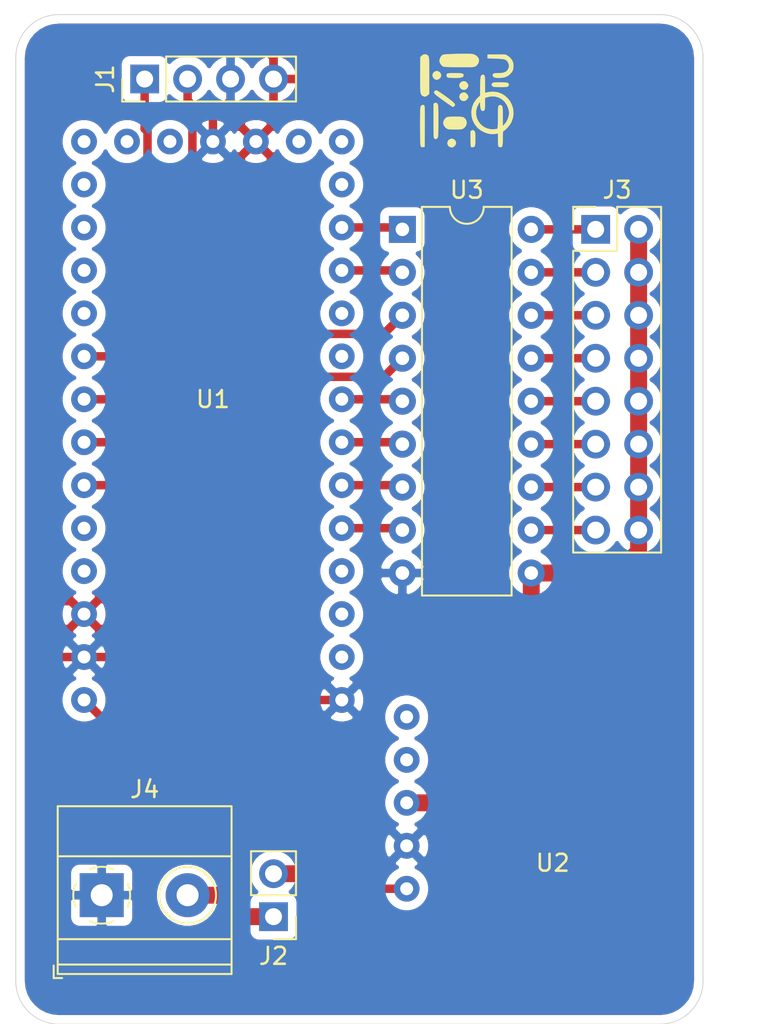
<source format=kicad_pcb>
(kicad_pcb (version 20171130) (host pcbnew "(5.1.5)-3")

  (general
    (thickness 1.6)
    (drawings 16)
    (tracks 76)
    (zones 0)
    (modules 8)
    (nets 43)
  )

  (page A4)
  (layers
    (0 F.Cu signal)
    (31 B.Cu signal)
    (32 B.Adhes user)
    (33 F.Adhes user)
    (34 B.Paste user)
    (35 F.Paste user)
    (36 B.SilkS user)
    (37 F.SilkS user)
    (38 B.Mask user)
    (39 F.Mask user)
    (40 Dwgs.User user hide)
    (41 Cmts.User user)
    (42 Eco1.User user)
    (43 Eco2.User user)
    (44 Edge.Cuts user)
    (45 Margin user)
    (46 B.CrtYd user)
    (47 F.CrtYd user)
    (48 B.Fab user)
    (49 F.Fab user)
  )

  (setup
    (last_trace_width 0.25)
    (user_trace_width 0.5)
    (user_trace_width 1)
    (trace_clearance 0.2)
    (zone_clearance 0.508)
    (zone_45_only no)
    (trace_min 0.2)
    (via_size 0.8)
    (via_drill 0.4)
    (via_min_size 0.4)
    (via_min_drill 0.3)
    (uvia_size 0.3)
    (uvia_drill 0.1)
    (uvias_allowed no)
    (uvia_min_size 0.2)
    (uvia_min_drill 0.1)
    (edge_width 0.05)
    (segment_width 0.2)
    (pcb_text_width 0.3)
    (pcb_text_size 1.5 1.5)
    (mod_edge_width 0.12)
    (mod_text_size 1 1)
    (mod_text_width 0.15)
    (pad_size 1.524 1.524)
    (pad_drill 0.762)
    (pad_to_mask_clearance 0.051)
    (solder_mask_min_width 0.25)
    (aux_axis_origin 0 0)
    (visible_elements 7FFFFFFF)
    (pcbplotparams
      (layerselection 0x010fc_ffffffff)
      (usegerberextensions false)
      (usegerberattributes false)
      (usegerberadvancedattributes false)
      (creategerberjobfile false)
      (excludeedgelayer true)
      (linewidth 0.100000)
      (plotframeref false)
      (viasonmask false)
      (mode 1)
      (useauxorigin false)
      (hpglpennumber 1)
      (hpglpenspeed 20)
      (hpglpendiameter 15.000000)
      (psnegative false)
      (psa4output false)
      (plotreference true)
      (plotvalue true)
      (plotinvisibletext false)
      (padsonsilk false)
      (subtractmaskfromsilk false)
      (outputformat 1)
      (mirror false)
      (drillshape 0)
      (scaleselection 1)
      (outputdirectory "Gerber/"))
  )

  (net 0 "")
  (net 1 3V3)
  (net 2 GND)
  (net 3 scl)
  (net 4 sda)
  (net 5 V12)
  (net 6 "Net-(J2-Pad1)")
  (net 7 "Net-(J3-Pad15)")
  (net 8 "Net-(J3-Pad13)")
  (net 9 "Net-(J3-Pad11)")
  (net 10 "Net-(J3-Pad9)")
  (net 11 "Net-(J3-Pad7)")
  (net 12 "Net-(J3-Pad5)")
  (net 13 "Net-(J3-Pad3)")
  (net 14 "Net-(J3-Pad1)")
  (net 15 "Net-(U1-Pad33)")
  (net 16 "Net-(U1-Pad30)")
  (net 17 "Net-(U1-Pad29)")
  (net 18 mi4)
  (net 19 mi3)
  (net 20 "Net-(U1-Pad24)")
  (net 21 "Net-(U1-Pad23)")
  (net 22 "Net-(U1-Pad22)")
  (net 23 "Net-(U1-Pad21)")
  (net 24 "Net-(U1-Pad20)")
  (net 25 "Net-(U1-Pad19)")
  (net 26 "Net-(U1-Pad18)")
  (net 27 "Net-(U1-Pad15)")
  (net 28 "Net-(U1-Pad14)")
  (net 29 "Net-(U1-Pad13)")
  (net 30 mi1)
  (net 31 mi2)
  (net 32 "Net-(U1-Pad10)")
  (net 33 "Net-(U1-Pad9)")
  (net 34 mi5)
  (net 35 mi6)
  (net 36 mi7)
  (net 37 mi8)
  (net 38 "Net-(U1-Pad4)")
  (net 39 "Net-(U1-Pad3)")
  (net 40 "Net-(U1-Pad2)")
  (net 41 "Net-(U2-Pad2)")
  (net 42 "Net-(U2-Pad1)")

  (net_class Default "This is the default net class."
    (clearance 0.2)
    (trace_width 0.25)
    (via_dia 0.8)
    (via_drill 0.4)
    (uvia_dia 0.3)
    (uvia_drill 0.1)
    (add_net 3V3)
    (add_net GND)
    (add_net "Net-(J2-Pad1)")
    (add_net "Net-(J3-Pad1)")
    (add_net "Net-(J3-Pad11)")
    (add_net "Net-(J3-Pad13)")
    (add_net "Net-(J3-Pad15)")
    (add_net "Net-(J3-Pad3)")
    (add_net "Net-(J3-Pad5)")
    (add_net "Net-(J3-Pad7)")
    (add_net "Net-(J3-Pad9)")
    (add_net "Net-(U1-Pad10)")
    (add_net "Net-(U1-Pad13)")
    (add_net "Net-(U1-Pad14)")
    (add_net "Net-(U1-Pad15)")
    (add_net "Net-(U1-Pad18)")
    (add_net "Net-(U1-Pad19)")
    (add_net "Net-(U1-Pad2)")
    (add_net "Net-(U1-Pad20)")
    (add_net "Net-(U1-Pad21)")
    (add_net "Net-(U1-Pad22)")
    (add_net "Net-(U1-Pad23)")
    (add_net "Net-(U1-Pad24)")
    (add_net "Net-(U1-Pad29)")
    (add_net "Net-(U1-Pad3)")
    (add_net "Net-(U1-Pad30)")
    (add_net "Net-(U1-Pad33)")
    (add_net "Net-(U1-Pad4)")
    (add_net "Net-(U1-Pad9)")
    (add_net "Net-(U2-Pad1)")
    (add_net "Net-(U2-Pad2)")
    (add_net V12)
    (add_net mi1)
    (add_net mi2)
    (add_net mi3)
    (add_net mi4)
    (add_net mi5)
    (add_net mi6)
    (add_net mi7)
    (add_net mi8)
    (add_net scl)
    (add_net sda)
  )

  (module Footprint:RITMO_logo (layer F.Cu) (tedit 0) (tstamp 5E8AB7A2)
    (at 130.81 60.96)
    (fp_text reference G*** (at 0 0) (layer F.SilkS) hide
      (effects (font (size 1.524 1.524) (thickness 0.3)))
    )
    (fp_text value LOGO (at 0.75 0) (layer F.SilkS) hide
      (effects (font (size 1.524 1.524) (thickness 0.3)))
    )
    (fp_poly (pts (xy 0.063027 -2.761514) (xy 0.212256 -2.757087) (xy 0.319723 -2.74959) (xy 0.341738 -2.746781)
      (xy 0.478566 -2.702261) (xy 0.598498 -2.620149) (xy 0.684467 -2.514819) (xy 0.715961 -2.431583)
      (xy 0.712101 -2.294209) (xy 0.658053 -2.160723) (xy 0.56424 -2.05394) (xy 0.533723 -2.032814)
      (xy 0.499205 -2.013794) (xy 0.460242 -1.998979) (xy 0.408957 -1.98787) (xy 0.337473 -1.979966)
      (xy 0.237914 -1.974767) (xy 0.102402 -1.97177) (xy -0.076939 -1.970477) (xy -0.307987 -1.970385)
      (xy -0.4445 -1.970632) (xy -0.676734 -1.972077) (xy -0.89056 -1.975196) (xy -1.077034 -1.979716)
      (xy -1.227213 -1.985365) (xy -1.332153 -1.99187) (xy -1.382909 -1.998958) (xy -1.383715 -1.999262)
      (xy -1.484771 -2.068652) (xy -1.567175 -2.175607) (xy -1.614075 -2.295449) (xy -1.619132 -2.343999)
      (xy -1.59442 -2.476185) (xy -1.529891 -2.601407) (xy -1.439565 -2.69395) (xy -1.422512 -2.704662)
      (xy -1.371097 -2.716558) (xy -1.266711 -2.727646) (xy -1.119879 -2.737674) (xy -0.941127 -2.746391)
      (xy -0.740981 -2.753546) (xy -0.529967 -2.758887) (xy -0.31861 -2.762162) (xy -0.117437 -2.763122)
      (xy 0.063027 -2.761514)) (layer F.SilkS) (width 0.01))
    (fp_poly (pts (xy 2.03497 -2.725796) (xy 2.166036 -2.723034) (xy 2.253448 -2.718118) (xy 2.272895 -2.715615)
      (xy 2.375372 -2.674132) (xy 2.490375 -2.592948) (xy 2.599583 -2.487868) (xy 2.684673 -2.374696)
      (xy 2.699845 -2.347354) (xy 2.745416 -2.206848) (xy 2.761465 -2.040189) (xy 2.747418 -1.876008)
      (xy 2.711605 -1.760247) (xy 2.613297 -1.614204) (xy 2.474783 -1.487834) (xy 2.316628 -1.397695)
      (xy 2.225581 -1.368877) (xy 2.062776 -1.343399) (xy 1.899503 -1.333984) (xy 1.752928 -1.340251)
      (xy 1.640222 -1.361817) (xy 1.594564 -1.382926) (xy 1.535044 -1.452911) (xy 1.530652 -1.530812)
      (xy 1.5621 -1.58115) (xy 1.615857 -1.60173) (xy 1.722517 -1.614859) (xy 1.864744 -1.61925)
      (xy 2.06473 -1.628796) (xy 2.21517 -1.659868) (xy 2.327454 -1.716124) (xy 2.406834 -1.793249)
      (xy 2.482085 -1.93366) (xy 2.495588 -2.081205) (xy 2.455961 -2.211133) (xy 2.40845 -2.297184)
      (xy 2.356865 -2.361135) (xy 2.291046 -2.406652) (xy 2.200831 -2.437401) (xy 2.076058 -2.457046)
      (xy 1.906567 -2.469252) (xy 1.720235 -2.4765) (xy 1.222375 -2.492375) (xy 1.222375 -2.714625)
      (xy 1.698625 -2.724022) (xy 1.874437 -2.726194) (xy 2.03497 -2.725796)) (layer F.SilkS) (width 0.01))
    (fp_poly (pts (xy -0.508548 -1.617516) (xy -0.370786 -1.610801) (xy -0.278889 -1.596842) (xy -0.224069 -1.573373)
      (xy -0.197536 -1.538131) (xy -0.190503 -1.488849) (xy -0.1905 -1.487701) (xy -0.205707 -1.426602)
      (xy -0.255903 -1.383026) (xy -0.347951 -1.354937) (xy -0.488715 -1.340298) (xy -0.685058 -1.33707)
      (xy -0.697628 -1.337184) (xy -0.848514 -1.339871) (xy -0.979588 -1.344363) (xy -1.075669 -1.350003)
      (xy -1.119166 -1.355382) (xy -1.171287 -1.397265) (xy -1.19713 -1.470717) (xy -1.189285 -1.546675)
      (xy -1.174408 -1.572038) (xy -1.145173 -1.591871) (xy -1.089607 -1.605545) (xy -0.998071 -1.614021)
      (xy -0.860928 -1.618261) (xy -0.700963 -1.61925) (xy -0.508548 -1.617516)) (layer F.SilkS) (width 0.01))
    (fp_poly (pts (xy -1.659262 -1.714735) (xy -1.580839 -1.652767) (xy -1.529325 -1.568092) (xy -1.514914 -1.470319)
      (xy -1.547799 -1.369054) (xy -1.584934 -1.320357) (xy -1.676925 -1.247216) (xy -1.777704 -1.226242)
      (xy -1.83293 -1.231431) (xy -1.916111 -1.272532) (xy -1.986546 -1.354683) (xy -2.02756 -1.455558)
      (xy -2.032 -1.497975) (xy -2.004992 -1.598121) (xy -1.954069 -1.668319) (xy -1.85607 -1.732119)
      (xy -1.754403 -1.744388) (xy -1.659262 -1.714735)) (layer F.SilkS) (width 0.01))
    (fp_poly (pts (xy 1.957258 -1.073374) (xy 1.999989 -1.072515) (xy 2.172478 -1.068093) (xy 2.292563 -1.062192)
      (xy 2.371341 -1.053046) (xy 2.419907 -1.038891) (xy 2.449356 -1.017963) (xy 2.464329 -0.998653)
      (xy 2.49059 -0.940797) (xy 2.473381 -0.886353) (xy 2.458404 -0.863715) (xy 2.434875 -0.835322)
      (xy 2.403578 -0.815856) (xy 2.353229 -0.803643) (xy 2.272543 -0.797006) (xy 2.150237 -0.794267)
      (xy 1.987495 -0.79375) (xy 1.812605 -0.794737) (xy 1.689981 -0.798613) (xy 1.608406 -0.80675)
      (xy 1.556664 -0.820521) (xy 1.523537 -0.841298) (xy 1.513045 -0.851813) (xy 1.466703 -0.921404)
      (xy 1.476356 -0.980005) (xy 1.519614 -1.027907) (xy 1.552773 -1.049996) (xy 1.601842 -1.06454)
      (xy 1.678095 -1.072586) (xy 1.792809 -1.075182) (xy 1.957258 -1.073374)) (layer F.SilkS) (width 0.01))
    (fp_poly (pts (xy -0.08522 -1.126821) (xy -0.007568 -1.068579) (xy 0.013052 -1.045314) (xy 0.075564 -0.956756)
      (xy 0.090989 -0.880977) (xy 0.062621 -0.792098) (xy 0.048799 -0.764271) (xy -0.028477 -0.675329)
      (xy -0.132966 -0.633658) (xy -0.247187 -0.641419) (xy -0.353663 -0.700772) (xy -0.366569 -0.712932)
      (xy -0.429719 -0.81341) (xy -0.439968 -0.921333) (xy -0.403835 -1.021757) (xy -0.327841 -1.099741)
      (xy -0.218508 -1.140341) (xy -0.178891 -1.143) (xy -0.08522 -1.126821)) (layer F.SilkS) (width 0.01))
    (fp_poly (pts (xy -2.35025 -2.701233) (xy -2.288305 -2.646844) (xy -2.270662 -2.622261) (xy -2.256489 -2.593601)
      (xy -2.245407 -2.554105) (xy -2.237037 -2.497015) (xy -2.230998 -2.415572) (xy -2.226912 -2.303016)
      (xy -2.224399 -2.152591) (xy -2.22308 -1.957538) (xy -2.222574 -1.711097) (xy -2.2225 -1.474916)
      (xy -2.2225 -0.386645) (xy -2.320187 -0.304448) (xy -2.414153 -0.241019) (xy -2.498489 -0.228663)
      (xy -2.597288 -0.264649) (xy -2.610287 -0.271557) (xy -2.650943 -0.298055) (xy -2.683865 -0.333187)
      (xy -2.709771 -0.383298) (xy -2.729379 -0.454731) (xy -2.743406 -0.553831) (xy -2.752573 -0.686943)
      (xy -2.757595 -0.86041) (xy -2.759192 -1.080578) (xy -2.758082 -1.35379) (xy -2.756265 -1.561175)
      (xy -2.746375 -2.566724) (xy -2.669404 -2.648612) (xy -2.569427 -2.716281) (xy -2.456665 -2.733792)
      (xy -2.35025 -2.701233)) (layer F.SilkS) (width 0.01))
    (fp_poly (pts (xy -0.08522 -0.460071) (xy -0.007568 -0.401829) (xy 0.013052 -0.378564) (xy 0.066127 -0.301539)
      (xy 0.094012 -0.233856) (xy 0.09525 -0.22225) (xy 0.075692 -0.161152) (xy 0.02726 -0.083705)
      (xy 0.013052 -0.065937) (xy -0.088188 0.013076) (xy -0.201584 0.034028) (xy -0.313803 -0.003775)
      (xy -0.366569 -0.046182) (xy -0.429719 -0.14666) (xy -0.439968 -0.254583) (xy -0.403835 -0.355007)
      (xy -0.327841 -0.432991) (xy -0.218508 -0.473591) (xy -0.178891 -0.47625) (xy -0.08522 -0.460071)) (layer F.SilkS) (width 0.01))
    (fp_poly (pts (xy -1.750628 -0.582152) (xy -1.663995 -0.530965) (xy -1.544508 -0.453272) (xy -1.401107 -0.354912)
      (xy -1.242734 -0.241721) (xy -1.222375 -0.226853) (xy -1.02758 -0.081996) (xy -0.881643 0.03289)
      (xy -0.780407 0.122784) (xy -0.719711 0.192662) (xy -0.695398 0.247503) (xy -0.703308 0.292285)
      (xy -0.739283 0.331985) (xy -0.749179 0.339533) (xy -0.803905 0.372814) (xy -0.828617 0.381)
      (xy -0.8605 0.363371) (xy -0.935266 0.314386) (xy -1.044341 0.239896) (xy -1.17915 0.145752)
      (xy -1.322611 0.043894) (xy -1.518591 -0.096938) (xy -1.66845 -0.206585) (xy -1.778196 -0.290129)
      (xy -1.853833 -0.352647) (xy -1.901369 -0.399219) (xy -1.926811 -0.434924) (xy -1.936165 -0.464842)
      (xy -1.93675 -0.475435) (xy -1.909084 -0.551649) (xy -1.839077 -0.596072) (xy -1.795463 -0.600996)
      (xy -1.750628 -0.582152)) (layer F.SilkS) (width 0.01))
    (fp_poly (pts (xy -0.512929 0.952864) (xy -0.362468 0.963596) (xy -0.243953 0.980749) (xy -0.172832 1.004232)
      (xy -0.171886 1.004839) (xy -0.067871 1.106338) (xy -0.013755 1.232067) (xy -0.00892 1.367782)
      (xy -0.052746 1.499239) (xy -0.144616 1.612192) (xy -0.199979 1.652285) (xy -0.252719 1.679024)
      (xy -0.31582 1.696937) (xy -0.402586 1.707678) (xy -0.526322 1.712902) (xy -0.6985 1.714262)
      (xy -0.872 1.712874) (xy -0.995344 1.707608) (xy -1.081836 1.69681) (xy -1.144784 1.678824)
      (xy -1.197022 1.652285) (xy -1.297096 1.56444) (xy -1.368832 1.450303) (xy -1.396987 1.334296)
      (xy -1.397 1.331937) (xy -1.373828 1.22068) (xy -1.314902 1.107531) (xy -1.236107 1.019886)
      (xy -1.203796 0.998726) (xy -1.125305 0.975979) (xy -1.001526 0.960111) (xy -0.847906 0.95103)
      (xy -0.679891 0.948645) (xy -0.512929 0.952864)) (layer F.SilkS) (width 0.01))
    (fp_poly (pts (xy -1.773904 0.15206) (xy -1.742521 0.187221) (xy -1.725353 0.21219) (xy -1.711813 0.244699)
      (xy -1.701475 0.292007) (xy -1.693912 0.361371) (xy -1.688696 0.460049) (xy -1.6854 0.595299)
      (xy -1.683597 0.77438) (xy -1.682861 1.004549) (xy -1.68275 1.202952) (xy -1.683168 1.47908)
      (xy -1.684648 1.698675) (xy -1.687529 1.868704) (xy -1.692152 1.99613) (xy -1.698858 2.087917)
      (xy -1.707984 2.15103) (xy -1.719873 2.192434) (xy -1.732176 2.215435) (xy -1.792168 2.274547)
      (xy -1.860056 2.276632) (xy -1.912938 2.251706) (xy -1.928365 2.238588) (xy -1.940658 2.214746)
      (xy -1.950169 2.173545) (xy -1.957248 2.108352) (xy -1.962249 2.012535) (xy -1.965522 1.879458)
      (xy -1.967421 1.70249) (xy -1.968296 1.474996) (xy -1.9685 1.204241) (xy -1.9685 0.189138)
      (xy -1.885396 0.151273) (xy -1.820326 0.130735) (xy -1.773904 0.15206)) (layer F.SilkS) (width 0.01))
    (fp_poly (pts (xy 0.995017 -1.518272) (xy 1.029431 -1.495484) (xy 1.053122 -1.447228) (xy 1.068024 -1.3651)
      (xy 1.076068 -1.240692) (xy 1.079184 -1.065599) (xy 1.0795 -0.951557) (xy 1.0795 -0.455314)
      (xy 1.287159 -0.498019) (xy 1.553441 -0.523627) (xy 1.805191 -0.492787) (xy 2.037675 -0.411789)
      (xy 2.246159 -0.286923) (xy 2.425909 -0.124481) (xy 2.57219 0.069247) (xy 2.680268 0.287969)
      (xy 2.745408 0.525396) (xy 2.762877 0.775235) (xy 2.72794 1.031197) (xy 2.635863 1.286991)
      (xy 2.633764 1.291326) (xy 2.575867 1.388835) (xy 2.494802 1.498234) (xy 2.401901 1.607213)
      (xy 2.3085 1.703463) (xy 2.225931 1.774673) (xy 2.165528 1.808535) (xy 2.156441 1.80975)
      (xy 2.14565 1.83969) (xy 2.136732 1.922298) (xy 2.130409 2.04675) (xy 2.1274 2.202224)
      (xy 2.12725 2.2479) (xy 2.125653 2.440487) (xy 2.119219 2.578491) (xy 2.105484 2.670781)
      (xy 2.081985 2.726229) (xy 2.046256 2.753707) (xy 1.995833 2.762085) (xy 1.984375 2.76225)
      (xy 1.911514 2.745055) (xy 1.8796 2.72415) (xy 1.859896 2.669484) (xy 1.847262 2.552351)
      (xy 1.841756 2.373396) (xy 1.8415 2.315248) (xy 1.8415 1.944447) (xy 1.691287 1.976485)
      (xy 1.482831 1.991602) (xy 1.257335 1.95734) (xy 1.030172 1.878921) (xy 0.816714 1.761571)
      (xy 0.641633 1.619779) (xy 0.467526 1.40702) (xy 0.3472 1.170362) (xy 0.280688 0.918713)
      (xy 0.268025 0.660982) (xy 0.273163 0.629203) (xy 0.549719 0.629203) (xy 0.552982 0.849656)
      (xy 0.604445 1.060533) (xy 0.699655 1.254099) (xy 0.834159 1.422622) (xy 1.003503 1.558369)
      (xy 1.203234 1.653606) (xy 1.428899 1.7006) (xy 1.576248 1.702342) (xy 1.685299 1.692767)
      (xy 1.770059 1.679855) (xy 1.806435 1.668923) (xy 1.82022 1.630281) (xy 1.830524 1.532734)
      (xy 1.837414 1.375021) (xy 1.840954 1.155881) (xy 1.8415 1.000519) (xy 1.842167 0.77607)
      (xy 1.844567 0.606741) (xy 1.849302 0.48416) (xy 1.856969 0.399958) (xy 1.868168 0.345763)
      (xy 1.883499 0.313206) (xy 1.891392 0.303892) (xy 1.957894 0.259113) (xy 2.02293 0.271303)
      (xy 2.069187 0.306545) (xy 2.090057 0.330965) (xy 2.105278 0.367065) (xy 2.115722 0.424226)
      (xy 2.122262 0.511828) (xy 2.125769 0.63925) (xy 2.127114 0.815873) (xy 2.12725 0.931205)
      (xy 2.12725 1.503318) (xy 2.209646 1.426346) (xy 2.33616 1.269645) (xy 2.432143 1.070318)
      (xy 2.478457 0.904875) (xy 2.498185 0.781141) (xy 2.497996 0.677853) (xy 2.476714 0.5607)
      (xy 2.465062 0.513926) (xy 2.375342 0.27868) (xy 2.241719 0.081056) (xy 2.071796 -0.074385)
      (xy 1.873176 -0.183084) (xy 1.653462 -0.240481) (xy 1.420257 -0.242016) (xy 1.259314 -0.20925)
      (xy 1.0795 -0.156977) (xy 1.079013 0.183449) (xy 1.0773 0.349064) (xy 1.070959 0.46256)
      (xy 1.057346 0.535285) (xy 1.033819 0.578589) (xy 0.997737 0.603821) (xy 0.979398 0.611322)
      (xy 0.903782 0.615531) (xy 0.848079 0.563672) (xy 0.811159 0.453925) (xy 0.793592 0.312178)
      (xy 0.777559 0.079375) (xy 0.70561 0.1905) (xy 0.599111 0.406906) (xy 0.549719 0.629203)
      (xy 0.273163 0.629203) (xy 0.309245 0.406076) (xy 0.404382 0.162903) (xy 0.553469 -0.059629)
      (xy 0.634866 -0.147433) (xy 0.792119 -0.301625) (xy 0.792934 -0.842248) (xy 0.795292 -1.071405)
      (xy 0.802688 -1.244438) (xy 0.816777 -1.368634) (xy 0.839218 -1.451281) (xy 0.871667 -1.499665)
      (xy 0.91578 -1.521072) (xy 0.94795 -1.524) (xy 0.995017 -1.518272)) (layer F.SilkS) (width 0.01))
    (fp_poly (pts (xy 0.416846 1.77131) (xy 0.448229 1.806471) (xy 0.474304 1.847222) (xy 0.491645 1.901373)
      (xy 0.501924 1.98162) (xy 0.506817 2.100661) (xy 0.508 2.259854) (xy 0.505336 2.414111)
      (xy 0.498094 2.549303) (xy 0.487398 2.650347) (xy 0.475132 2.700837) (xy 0.423212 2.743175)
      (xy 0.343844 2.763596) (xy 0.26902 2.756543) (xy 0.243416 2.741083) (xy 0.235861 2.703347)
      (xy 0.229497 2.614038) (xy 0.224853 2.48508) (xy 0.222459 2.328395) (xy 0.22225 2.264152)
      (xy 0.22225 1.808388) (xy 0.305354 1.770523) (xy 0.370424 1.749985) (xy 0.416846 1.77131)) (layer F.SilkS) (width 0.01))
    (fp_poly (pts (xy -2.511752 0.297405) (xy -2.501688 0.331594) (xy -2.493793 0.409461) (xy -2.487992 0.534348)
      (xy -2.484211 0.709594) (xy -2.482375 0.938539) (xy -2.482411 1.224524) (xy -2.484052 1.543593)
      (xy -2.492375 2.746375) (xy -2.595583 2.756325) (xy -2.67208 2.754452) (xy -2.71368 2.719714)
      (xy -2.730521 2.682821) (xy -2.738964 2.628574) (xy -2.746344 2.516642) (xy -2.752505 2.352834)
      (xy -2.757293 2.142956) (xy -2.760552 1.892819) (xy -2.762126 1.608229) (xy -2.762251 1.497247)
      (xy -2.761921 1.197343) (xy -2.760752 0.954539) (xy -2.758475 0.762441) (xy -2.754819 0.614651)
      (xy -2.749516 0.504773) (xy -2.742296 0.426411) (xy -2.732888 0.373169) (xy -2.721024 0.338649)
      (xy -2.712825 0.324564) (xy -2.644063 0.266001) (xy -2.567946 0.259747) (xy -2.511752 0.297405)) (layer F.SilkS) (width 0.01))
    (fp_poly (pts (xy -0.761276 2.293989) (xy -0.687735 2.361155) (xy -0.644071 2.450385) (xy -0.64039 2.551596)
      (xy -0.686796 2.654707) (xy -0.706438 2.678538) (xy -0.803546 2.75674) (xy -0.905936 2.775285)
      (xy -1.006957 2.746869) (xy -1.099042 2.677194) (xy -1.145683 2.578288) (xy -1.144703 2.467398)
      (xy -1.093924 2.36177) (xy -1.060111 2.325687) (xy -0.95757 2.266173) (xy -0.85459 2.258968)
      (xy -0.761276 2.293989)) (layer F.SilkS) (width 0.01))
  )

  (module Teensy:Teensy_3_2 (layer F.Cu) (tedit 5E89FD60) (tstamp 5E8AA679)
    (at 115.796999 81.166999 180)
    (path /5E8AA74C)
    (fp_text reference U1 (at 0 2.54) (layer F.SilkS)
      (effects (font (size 1 1) (thickness 0.15)))
    )
    (fp_text value teensy_3_2 (at 0 -0.5) (layer F.Fab)
      (effects (font (size 1 1) (thickness 0.15)))
    )
    (pad 33 thru_hole circle (at 7.62 -15.24 180) (size 1.524 1.524) (drill 0.762) (layers *.Cu *.Mask)
      (net 15 "Net-(U1-Pad33)"))
    (pad 32 thru_hole circle (at 7.62 -12.7 180) (size 1.524 1.524) (drill 0.762) (layers *.Cu *.Mask)
      (net 2 GND))
    (pad 31 thru_hole circle (at 7.62 -10.16 180) (size 1.524 1.524) (drill 0.762) (layers *.Cu *.Mask)
      (net 1 3V3))
    (pad 30 thru_hole circle (at 7.62 -7.62 180) (size 1.524 1.524) (drill 0.762) (layers *.Cu *.Mask)
      (net 16 "Net-(U1-Pad30)"))
    (pad 29 thru_hole circle (at 7.62 -5.08 180) (size 1.524 1.524) (drill 0.762) (layers *.Cu *.Mask)
      (net 17 "Net-(U1-Pad29)"))
    (pad 28 thru_hole circle (at 7.62 -2.54 180) (size 1.524 1.524) (drill 0.762) (layers *.Cu *.Mask)
      (net 18 mi4))
    (pad 27 thru_hole circle (at 7.62 0 180) (size 1.524 1.524) (drill 0.762) (layers *.Cu *.Mask)
      (net 19 mi3))
    (pad 26 thru_hole circle (at 7.62 2.54 180) (size 1.524 1.524) (drill 0.762) (layers *.Cu *.Mask)
      (net 3 scl))
    (pad 25 thru_hole circle (at 7.62 5.08 180) (size 1.524 1.524) (drill 0.762) (layers *.Cu *.Mask)
      (net 4 sda))
    (pad 24 thru_hole circle (at 7.62 7.62 180) (size 1.524 1.524) (drill 0.762) (layers *.Cu *.Mask)
      (net 20 "Net-(U1-Pad24)"))
    (pad 23 thru_hole circle (at 7.62 10.16 180) (size 1.524 1.524) (drill 0.762) (layers *.Cu *.Mask)
      (net 21 "Net-(U1-Pad23)"))
    (pad 22 thru_hole circle (at 7.62 12.7 180) (size 1.524 1.524) (drill 0.762) (layers *.Cu *.Mask)
      (net 22 "Net-(U1-Pad22)"))
    (pad 21 thru_hole circle (at 7.62 15.24 180) (size 1.524 1.524) (drill 0.762) (layers *.Cu *.Mask)
      (net 23 "Net-(U1-Pad21)"))
    (pad 20 thru_hole circle (at 7.62 17.78 180) (size 1.524 1.524) (drill 0.762) (layers *.Cu *.Mask)
      (net 24 "Net-(U1-Pad20)"))
    (pad 19 thru_hole circle (at 5.08 17.78 180) (size 1.524 1.524) (drill 0.762) (layers *.Cu *.Mask)
      (net 25 "Net-(U1-Pad19)"))
    (pad 18 thru_hole circle (at 2.54 17.78 180) (size 1.524 1.524) (drill 0.762) (layers *.Cu *.Mask)
      (net 26 "Net-(U1-Pad18)"))
    (pad 17 thru_hole circle (at 0 17.78 180) (size 1.524 1.524) (drill 0.762) (layers *.Cu *.Mask)
      (net 2 GND))
    (pad 16 thru_hole circle (at -2.54 17.78 180) (size 1.524 1.524) (drill 0.762) (layers *.Cu *.Mask)
      (net 1 3V3))
    (pad 15 thru_hole circle (at -5.08 17.78 180) (size 1.524 1.524) (drill 0.762) (layers *.Cu *.Mask)
      (net 27 "Net-(U1-Pad15)"))
    (pad 14 thru_hole circle (at -7.62 17.78 180) (size 1.524 1.524) (drill 0.762) (layers *.Cu *.Mask)
      (net 28 "Net-(U1-Pad14)"))
    (pad 13 thru_hole circle (at -7.62 15.24 180) (size 1.524 1.524) (drill 0.762) (layers *.Cu *.Mask)
      (net 29 "Net-(U1-Pad13)"))
    (pad 12 thru_hole circle (at -7.62 12.7 180) (size 1.524 1.524) (drill 0.762) (layers *.Cu *.Mask)
      (net 30 mi1))
    (pad 11 thru_hole circle (at -7.62 10.16 180) (size 1.524 1.524) (drill 0.762) (layers *.Cu *.Mask)
      (net 31 mi2))
    (pad 10 thru_hole circle (at -7.62 7.62 180) (size 1.524 1.524) (drill 0.762) (layers *.Cu *.Mask)
      (net 32 "Net-(U1-Pad10)"))
    (pad 9 thru_hole circle (at -7.62 5.08 180) (size 1.524 1.524) (drill 0.762) (layers *.Cu *.Mask)
      (net 33 "Net-(U1-Pad9)"))
    (pad 8 thru_hole circle (at -7.62 2.54 180) (size 1.524 1.524) (drill 0.762) (layers *.Cu *.Mask)
      (net 34 mi5))
    (pad 7 thru_hole circle (at -7.62 0 180) (size 1.524 1.524) (drill 0.762) (layers *.Cu *.Mask)
      (net 35 mi6))
    (pad 6 thru_hole circle (at -7.62 -2.54 180) (size 1.524 1.524) (drill 0.762) (layers *.Cu *.Mask)
      (net 36 mi7))
    (pad 5 thru_hole circle (at -7.62 -5.08 180) (size 1.524 1.524) (drill 0.762) (layers *.Cu *.Mask)
      (net 37 mi8))
    (pad 4 thru_hole circle (at -7.62 -7.62 180) (size 1.524 1.524) (drill 0.762) (layers *.Cu *.Mask)
      (net 38 "Net-(U1-Pad4)"))
    (pad 3 thru_hole circle (at -7.62 -10.16 180) (size 1.524 1.524) (drill 0.762) (layers *.Cu *.Mask)
      (net 39 "Net-(U1-Pad3)"))
    (pad 2 thru_hole circle (at -7.62 -12.7 180) (size 1.524 1.524) (drill 0.762) (layers *.Cu *.Mask)
      (net 40 "Net-(U1-Pad2)"))
    (pad 1 thru_hole circle (at -7.62 -15.24 180) (size 1.524 1.524) (drill 0.762) (layers *.Cu *.Mask)
      (net 2 GND))
  )

  (module Package_DIP:DIP-18_W7.62mm (layer F.Cu) (tedit 5A02E8C5) (tstamp 5E8AA6AC)
    (at 127 68.58)
    (descr "18-lead though-hole mounted DIP package, row spacing 7.62 mm (300 mils)")
    (tags "THT DIP DIL PDIP 2.54mm 7.62mm 300mil")
    (path /5E8A8169)
    (fp_text reference U3 (at 3.81 -2.33) (layer F.SilkS)
      (effects (font (size 1 1) (thickness 0.15)))
    )
    (fp_text value ULN2803A (at 3.81 22.65) (layer F.Fab)
      (effects (font (size 1 1) (thickness 0.15)))
    )
    (fp_text user %R (at 3.81 10.16) (layer F.Fab)
      (effects (font (size 1 1) (thickness 0.15)))
    )
    (fp_line (start 8.7 -1.55) (end -1.1 -1.55) (layer F.CrtYd) (width 0.05))
    (fp_line (start 8.7 21.85) (end 8.7 -1.55) (layer F.CrtYd) (width 0.05))
    (fp_line (start -1.1 21.85) (end 8.7 21.85) (layer F.CrtYd) (width 0.05))
    (fp_line (start -1.1 -1.55) (end -1.1 21.85) (layer F.CrtYd) (width 0.05))
    (fp_line (start 6.46 -1.33) (end 4.81 -1.33) (layer F.SilkS) (width 0.12))
    (fp_line (start 6.46 21.65) (end 6.46 -1.33) (layer F.SilkS) (width 0.12))
    (fp_line (start 1.16 21.65) (end 6.46 21.65) (layer F.SilkS) (width 0.12))
    (fp_line (start 1.16 -1.33) (end 1.16 21.65) (layer F.SilkS) (width 0.12))
    (fp_line (start 2.81 -1.33) (end 1.16 -1.33) (layer F.SilkS) (width 0.12))
    (fp_line (start 0.635 -0.27) (end 1.635 -1.27) (layer F.Fab) (width 0.1))
    (fp_line (start 0.635 21.59) (end 0.635 -0.27) (layer F.Fab) (width 0.1))
    (fp_line (start 6.985 21.59) (end 0.635 21.59) (layer F.Fab) (width 0.1))
    (fp_line (start 6.985 -1.27) (end 6.985 21.59) (layer F.Fab) (width 0.1))
    (fp_line (start 1.635 -1.27) (end 6.985 -1.27) (layer F.Fab) (width 0.1))
    (fp_arc (start 3.81 -1.33) (end 2.81 -1.33) (angle -180) (layer F.SilkS) (width 0.12))
    (pad 18 thru_hole oval (at 7.62 0) (size 1.6 1.6) (drill 0.8) (layers *.Cu *.Mask)
      (net 14 "Net-(J3-Pad1)"))
    (pad 9 thru_hole oval (at 0 20.32) (size 1.6 1.6) (drill 0.8) (layers *.Cu *.Mask)
      (net 2 GND))
    (pad 17 thru_hole oval (at 7.62 2.54) (size 1.6 1.6) (drill 0.8) (layers *.Cu *.Mask)
      (net 13 "Net-(J3-Pad3)"))
    (pad 8 thru_hole oval (at 0 17.78) (size 1.6 1.6) (drill 0.8) (layers *.Cu *.Mask)
      (net 37 mi8))
    (pad 16 thru_hole oval (at 7.62 5.08) (size 1.6 1.6) (drill 0.8) (layers *.Cu *.Mask)
      (net 12 "Net-(J3-Pad5)"))
    (pad 7 thru_hole oval (at 0 15.24) (size 1.6 1.6) (drill 0.8) (layers *.Cu *.Mask)
      (net 36 mi7))
    (pad 15 thru_hole oval (at 7.62 7.62) (size 1.6 1.6) (drill 0.8) (layers *.Cu *.Mask)
      (net 11 "Net-(J3-Pad7)"))
    (pad 6 thru_hole oval (at 0 12.7) (size 1.6 1.6) (drill 0.8) (layers *.Cu *.Mask)
      (net 35 mi6))
    (pad 14 thru_hole oval (at 7.62 10.16) (size 1.6 1.6) (drill 0.8) (layers *.Cu *.Mask)
      (net 10 "Net-(J3-Pad9)"))
    (pad 5 thru_hole oval (at 0 10.16) (size 1.6 1.6) (drill 0.8) (layers *.Cu *.Mask)
      (net 34 mi5))
    (pad 13 thru_hole oval (at 7.62 12.7) (size 1.6 1.6) (drill 0.8) (layers *.Cu *.Mask)
      (net 9 "Net-(J3-Pad11)"))
    (pad 4 thru_hole oval (at 0 7.62) (size 1.6 1.6) (drill 0.8) (layers *.Cu *.Mask)
      (net 18 mi4))
    (pad 12 thru_hole oval (at 7.62 15.24) (size 1.6 1.6) (drill 0.8) (layers *.Cu *.Mask)
      (net 8 "Net-(J3-Pad13)"))
    (pad 3 thru_hole oval (at 0 5.08) (size 1.6 1.6) (drill 0.8) (layers *.Cu *.Mask)
      (net 19 mi3))
    (pad 11 thru_hole oval (at 7.62 17.78) (size 1.6 1.6) (drill 0.8) (layers *.Cu *.Mask)
      (net 7 "Net-(J3-Pad15)"))
    (pad 2 thru_hole oval (at 0 2.54) (size 1.6 1.6) (drill 0.8) (layers *.Cu *.Mask)
      (net 31 mi2))
    (pad 10 thru_hole oval (at 7.62 20.32) (size 1.6 1.6) (drill 0.8) (layers *.Cu *.Mask)
      (net 5 V12))
    (pad 1 thru_hole rect (at 0 0) (size 1.6 1.6) (drill 0.8) (layers *.Cu *.Mask)
      (net 30 mi1))
    (model ${KISYS3DMOD}/Package_DIP.3dshapes/DIP-18_W7.62mm.wrl
      (at (xyz 0 0 0))
      (scale (xyz 1 1 1))
      (rotate (xyz 0 0 0))
    )
  )

  (module D24V22F5:D24V22F5 (layer F.Cu) (tedit 5E8A02F3) (tstamp 5E8AA686)
    (at 135.89 100.965)
    (path /5E8ABEFD)
    (fp_text reference U2 (at 0 5.08) (layer F.SilkS)
      (effects (font (size 1 1) (thickness 0.15)))
    )
    (fp_text value D24V22F5 (at 0 -0.5) (layer F.Fab)
      (effects (font (size 1 1) (thickness 0.15)))
    )
    (fp_line (start -10.16 12.7) (end -10.16 -5.08) (layer Dwgs.User) (width 0.12))
    (fp_line (start 7.62 12.7) (end -10.16 12.7) (layer Dwgs.User) (width 0.12))
    (fp_line (start 7.62 -5.08) (end 7.62 12.7) (layer Dwgs.User) (width 0.12))
    (fp_line (start -10.16 -5.08) (end 7.62 -5.08) (layer Dwgs.User) (width 0.12))
    (pad 5 thru_hole circle (at -8.636 6.604) (size 1.524 1.524) (drill 0.762) (layers *.Cu *.Mask)
      (net 15 "Net-(U1-Pad33)"))
    (pad 4 thru_hole circle (at -8.636 4.064) (size 1.524 1.524) (drill 0.762) (layers *.Cu *.Mask)
      (net 2 GND))
    (pad 3 thru_hole circle (at -8.636 1.524) (size 1.524 1.524) (drill 0.762) (layers *.Cu *.Mask)
      (net 5 V12))
    (pad 2 thru_hole circle (at -8.636 -1.016) (size 1.524 1.524) (drill 0.762) (layers *.Cu *.Mask)
      (net 41 "Net-(U2-Pad2)"))
    (pad 1 thru_hole circle (at -8.636 -3.556) (size 1.524 1.524) (drill 0.762) (layers *.Cu *.Mask)
      (net 42 "Net-(U2-Pad1)"))
  )

  (module TerminalBlock_Phoenix:TerminalBlock_Phoenix_MKDS-1,5-2-5.08_1x02_P5.08mm_Horizontal (layer F.Cu) (tedit 5B294EBC) (tstamp 5E8AA654)
    (at 109.22 107.95)
    (descr "Terminal Block Phoenix MKDS-1,5-2-5.08, 2 pins, pitch 5.08mm, size 10.2x9.8mm^2, drill diamater 1.3mm, pad diameter 2.6mm, see http://www.farnell.com/datasheets/100425.pdf, script-generated using https://github.com/pointhi/kicad-footprint-generator/scripts/TerminalBlock_Phoenix")
    (tags "THT Terminal Block Phoenix MKDS-1,5-2-5.08 pitch 5.08mm size 10.2x9.8mm^2 drill 1.3mm pad 2.6mm")
    (path /5E8C6C93)
    (fp_text reference J4 (at 2.54 -6.26) (layer F.SilkS)
      (effects (font (size 1 1) (thickness 0.15)))
    )
    (fp_text value Screw_Terminal_01x02 (at 2.54 5.66) (layer F.Fab)
      (effects (font (size 1 1) (thickness 0.15)))
    )
    (fp_text user %R (at 2.54 3.2) (layer F.Fab)
      (effects (font (size 1 1) (thickness 0.15)))
    )
    (fp_line (start 8.13 -5.71) (end -3.04 -5.71) (layer F.CrtYd) (width 0.05))
    (fp_line (start 8.13 5.1) (end 8.13 -5.71) (layer F.CrtYd) (width 0.05))
    (fp_line (start -3.04 5.1) (end 8.13 5.1) (layer F.CrtYd) (width 0.05))
    (fp_line (start -3.04 -5.71) (end -3.04 5.1) (layer F.CrtYd) (width 0.05))
    (fp_line (start -2.84 4.9) (end -2.34 4.9) (layer F.SilkS) (width 0.12))
    (fp_line (start -2.84 4.16) (end -2.84 4.9) (layer F.SilkS) (width 0.12))
    (fp_line (start 3.853 1.023) (end 3.806 1.069) (layer F.SilkS) (width 0.12))
    (fp_line (start 6.15 -1.275) (end 6.115 -1.239) (layer F.SilkS) (width 0.12))
    (fp_line (start 4.046 1.239) (end 4.011 1.274) (layer F.SilkS) (width 0.12))
    (fp_line (start 6.355 -1.069) (end 6.308 -1.023) (layer F.SilkS) (width 0.12))
    (fp_line (start 6.035 -1.138) (end 3.943 0.955) (layer F.Fab) (width 0.1))
    (fp_line (start 6.218 -0.955) (end 4.126 1.138) (layer F.Fab) (width 0.1))
    (fp_line (start 0.955 -1.138) (end -1.138 0.955) (layer F.Fab) (width 0.1))
    (fp_line (start 1.138 -0.955) (end -0.955 1.138) (layer F.Fab) (width 0.1))
    (fp_line (start 7.68 -5.261) (end 7.68 4.66) (layer F.SilkS) (width 0.12))
    (fp_line (start -2.6 -5.261) (end -2.6 4.66) (layer F.SilkS) (width 0.12))
    (fp_line (start -2.6 4.66) (end 7.68 4.66) (layer F.SilkS) (width 0.12))
    (fp_line (start -2.6 -5.261) (end 7.68 -5.261) (layer F.SilkS) (width 0.12))
    (fp_line (start -2.6 -2.301) (end 7.68 -2.301) (layer F.SilkS) (width 0.12))
    (fp_line (start -2.54 -2.3) (end 7.62 -2.3) (layer F.Fab) (width 0.1))
    (fp_line (start -2.6 2.6) (end 7.68 2.6) (layer F.SilkS) (width 0.12))
    (fp_line (start -2.54 2.6) (end 7.62 2.6) (layer F.Fab) (width 0.1))
    (fp_line (start -2.6 4.1) (end 7.68 4.1) (layer F.SilkS) (width 0.12))
    (fp_line (start -2.54 4.1) (end 7.62 4.1) (layer F.Fab) (width 0.1))
    (fp_line (start -2.54 4.1) (end -2.54 -5.2) (layer F.Fab) (width 0.1))
    (fp_line (start -2.04 4.6) (end -2.54 4.1) (layer F.Fab) (width 0.1))
    (fp_line (start 7.62 4.6) (end -2.04 4.6) (layer F.Fab) (width 0.1))
    (fp_line (start 7.62 -5.2) (end 7.62 4.6) (layer F.Fab) (width 0.1))
    (fp_line (start -2.54 -5.2) (end 7.62 -5.2) (layer F.Fab) (width 0.1))
    (fp_circle (center 5.08 0) (end 6.76 0) (layer F.SilkS) (width 0.12))
    (fp_circle (center 5.08 0) (end 6.58 0) (layer F.Fab) (width 0.1))
    (fp_circle (center 0 0) (end 1.5 0) (layer F.Fab) (width 0.1))
    (fp_arc (start 0 0) (end -0.684 1.535) (angle -25) (layer F.SilkS) (width 0.12))
    (fp_arc (start 0 0) (end -1.535 -0.684) (angle -48) (layer F.SilkS) (width 0.12))
    (fp_arc (start 0 0) (end 0.684 -1.535) (angle -48) (layer F.SilkS) (width 0.12))
    (fp_arc (start 0 0) (end 1.535 0.684) (angle -48) (layer F.SilkS) (width 0.12))
    (fp_arc (start 0 0) (end 0 1.68) (angle -24) (layer F.SilkS) (width 0.12))
    (pad 2 thru_hole circle (at 5.08 0) (size 2.6 2.6) (drill 1.3) (layers *.Cu *.Mask)
      (net 6 "Net-(J2-Pad1)"))
    (pad 1 thru_hole rect (at 0 0) (size 2.6 2.6) (drill 1.3) (layers *.Cu *.Mask)
      (net 2 GND))
    (model ${KISYS3DMOD}/TerminalBlock_Phoenix.3dshapes/TerminalBlock_Phoenix_MKDS-1,5-2-5.08_1x02_P5.08mm_Horizontal.wrl
      (at (xyz 0 0 0))
      (scale (xyz 1 1 1))
      (rotate (xyz 0 0 0))
    )
  )

  (module Connector_PinHeader_2.54mm:PinHeader_2x08_P2.54mm_Vertical (layer F.Cu) (tedit 59FED5CC) (tstamp 5E8AA628)
    (at 138.43 68.58)
    (descr "Through hole straight pin header, 2x08, 2.54mm pitch, double rows")
    (tags "Through hole pin header THT 2x08 2.54mm double row")
    (path /5E8B882B)
    (fp_text reference J3 (at 1.27 -2.33) (layer F.SilkS)
      (effects (font (size 1 1) (thickness 0.15)))
    )
    (fp_text value Conn_02x08_Odd_Even (at 1.27 20.11) (layer F.Fab)
      (effects (font (size 1 1) (thickness 0.15)))
    )
    (fp_text user %R (at 1.27 8.89 90) (layer F.Fab)
      (effects (font (size 1 1) (thickness 0.15)))
    )
    (fp_line (start 4.35 -1.8) (end -1.8 -1.8) (layer F.CrtYd) (width 0.05))
    (fp_line (start 4.35 19.55) (end 4.35 -1.8) (layer F.CrtYd) (width 0.05))
    (fp_line (start -1.8 19.55) (end 4.35 19.55) (layer F.CrtYd) (width 0.05))
    (fp_line (start -1.8 -1.8) (end -1.8 19.55) (layer F.CrtYd) (width 0.05))
    (fp_line (start -1.33 -1.33) (end 0 -1.33) (layer F.SilkS) (width 0.12))
    (fp_line (start -1.33 0) (end -1.33 -1.33) (layer F.SilkS) (width 0.12))
    (fp_line (start 1.27 -1.33) (end 3.87 -1.33) (layer F.SilkS) (width 0.12))
    (fp_line (start 1.27 1.27) (end 1.27 -1.33) (layer F.SilkS) (width 0.12))
    (fp_line (start -1.33 1.27) (end 1.27 1.27) (layer F.SilkS) (width 0.12))
    (fp_line (start 3.87 -1.33) (end 3.87 19.11) (layer F.SilkS) (width 0.12))
    (fp_line (start -1.33 1.27) (end -1.33 19.11) (layer F.SilkS) (width 0.12))
    (fp_line (start -1.33 19.11) (end 3.87 19.11) (layer F.SilkS) (width 0.12))
    (fp_line (start -1.27 0) (end 0 -1.27) (layer F.Fab) (width 0.1))
    (fp_line (start -1.27 19.05) (end -1.27 0) (layer F.Fab) (width 0.1))
    (fp_line (start 3.81 19.05) (end -1.27 19.05) (layer F.Fab) (width 0.1))
    (fp_line (start 3.81 -1.27) (end 3.81 19.05) (layer F.Fab) (width 0.1))
    (fp_line (start 0 -1.27) (end 3.81 -1.27) (layer F.Fab) (width 0.1))
    (pad 16 thru_hole oval (at 2.54 17.78) (size 1.7 1.7) (drill 1) (layers *.Cu *.Mask)
      (net 5 V12))
    (pad 15 thru_hole oval (at 0 17.78) (size 1.7 1.7) (drill 1) (layers *.Cu *.Mask)
      (net 7 "Net-(J3-Pad15)"))
    (pad 14 thru_hole oval (at 2.54 15.24) (size 1.7 1.7) (drill 1) (layers *.Cu *.Mask)
      (net 5 V12))
    (pad 13 thru_hole oval (at 0 15.24) (size 1.7 1.7) (drill 1) (layers *.Cu *.Mask)
      (net 8 "Net-(J3-Pad13)"))
    (pad 12 thru_hole oval (at 2.54 12.7) (size 1.7 1.7) (drill 1) (layers *.Cu *.Mask)
      (net 5 V12))
    (pad 11 thru_hole oval (at 0 12.7) (size 1.7 1.7) (drill 1) (layers *.Cu *.Mask)
      (net 9 "Net-(J3-Pad11)"))
    (pad 10 thru_hole oval (at 2.54 10.16) (size 1.7 1.7) (drill 1) (layers *.Cu *.Mask)
      (net 5 V12))
    (pad 9 thru_hole oval (at 0 10.16) (size 1.7 1.7) (drill 1) (layers *.Cu *.Mask)
      (net 10 "Net-(J3-Pad9)"))
    (pad 8 thru_hole oval (at 2.54 7.62) (size 1.7 1.7) (drill 1) (layers *.Cu *.Mask)
      (net 5 V12))
    (pad 7 thru_hole oval (at 0 7.62) (size 1.7 1.7) (drill 1) (layers *.Cu *.Mask)
      (net 11 "Net-(J3-Pad7)"))
    (pad 6 thru_hole oval (at 2.54 5.08) (size 1.7 1.7) (drill 1) (layers *.Cu *.Mask)
      (net 5 V12))
    (pad 5 thru_hole oval (at 0 5.08) (size 1.7 1.7) (drill 1) (layers *.Cu *.Mask)
      (net 12 "Net-(J3-Pad5)"))
    (pad 4 thru_hole oval (at 2.54 2.54) (size 1.7 1.7) (drill 1) (layers *.Cu *.Mask)
      (net 5 V12))
    (pad 3 thru_hole oval (at 0 2.54) (size 1.7 1.7) (drill 1) (layers *.Cu *.Mask)
      (net 13 "Net-(J3-Pad3)"))
    (pad 2 thru_hole oval (at 2.54 0) (size 1.7 1.7) (drill 1) (layers *.Cu *.Mask)
      (net 5 V12))
    (pad 1 thru_hole rect (at 0 0) (size 1.7 1.7) (drill 1) (layers *.Cu *.Mask)
      (net 14 "Net-(J3-Pad1)"))
    (model ${KISYS3DMOD}/Connector_PinHeader_2.54mm.3dshapes/PinHeader_2x08_P2.54mm_Vertical.wrl
      (at (xyz 0 0 0))
      (scale (xyz 1 1 1))
      (rotate (xyz 0 0 0))
    )
  )

  (module Connector_PinHeader_2.54mm:PinHeader_1x02_P2.54mm_Vertical (layer F.Cu) (tedit 59FED5CC) (tstamp 5E8AA602)
    (at 119.38 109.22 180)
    (descr "Through hole straight pin header, 1x02, 2.54mm pitch, single row")
    (tags "Through hole pin header THT 1x02 2.54mm single row")
    (path /5E8EA468)
    (fp_text reference J2 (at 0 -2.33) (layer F.SilkS)
      (effects (font (size 1 1) (thickness 0.15)))
    )
    (fp_text value Conn_01x02 (at 0 4.87) (layer F.Fab)
      (effects (font (size 1 1) (thickness 0.15)))
    )
    (fp_text user %R (at 0 1.27 90) (layer F.Fab)
      (effects (font (size 1 1) (thickness 0.15)))
    )
    (fp_line (start 1.8 -1.8) (end -1.8 -1.8) (layer F.CrtYd) (width 0.05))
    (fp_line (start 1.8 4.35) (end 1.8 -1.8) (layer F.CrtYd) (width 0.05))
    (fp_line (start -1.8 4.35) (end 1.8 4.35) (layer F.CrtYd) (width 0.05))
    (fp_line (start -1.8 -1.8) (end -1.8 4.35) (layer F.CrtYd) (width 0.05))
    (fp_line (start -1.33 -1.33) (end 0 -1.33) (layer F.SilkS) (width 0.12))
    (fp_line (start -1.33 0) (end -1.33 -1.33) (layer F.SilkS) (width 0.12))
    (fp_line (start -1.33 1.27) (end 1.33 1.27) (layer F.SilkS) (width 0.12))
    (fp_line (start 1.33 1.27) (end 1.33 3.87) (layer F.SilkS) (width 0.12))
    (fp_line (start -1.33 1.27) (end -1.33 3.87) (layer F.SilkS) (width 0.12))
    (fp_line (start -1.33 3.87) (end 1.33 3.87) (layer F.SilkS) (width 0.12))
    (fp_line (start -1.27 -0.635) (end -0.635 -1.27) (layer F.Fab) (width 0.1))
    (fp_line (start -1.27 3.81) (end -1.27 -0.635) (layer F.Fab) (width 0.1))
    (fp_line (start 1.27 3.81) (end -1.27 3.81) (layer F.Fab) (width 0.1))
    (fp_line (start 1.27 -1.27) (end 1.27 3.81) (layer F.Fab) (width 0.1))
    (fp_line (start -0.635 -1.27) (end 1.27 -1.27) (layer F.Fab) (width 0.1))
    (pad 2 thru_hole oval (at 0 2.54 180) (size 1.7 1.7) (drill 1) (layers *.Cu *.Mask)
      (net 5 V12))
    (pad 1 thru_hole rect (at 0 0 180) (size 1.7 1.7) (drill 1) (layers *.Cu *.Mask)
      (net 6 "Net-(J2-Pad1)"))
    (model ${KISYS3DMOD}/Connector_PinHeader_2.54mm.3dshapes/PinHeader_1x02_P2.54mm_Vertical.wrl
      (at (xyz 0 0 0))
      (scale (xyz 1 1 1))
      (rotate (xyz 0 0 0))
    )
  )

  (module Connector_PinHeader_2.54mm:PinHeader_1x04_P2.54mm_Vertical (layer F.Cu) (tedit 59FED5CC) (tstamp 5E8AA5EC)
    (at 111.76 59.69 90)
    (descr "Through hole straight pin header, 1x04, 2.54mm pitch, single row")
    (tags "Through hole pin header THT 1x04 2.54mm single row")
    (path /5E8D15AD)
    (fp_text reference J1 (at 0 -2.33 90) (layer F.SilkS)
      (effects (font (size 1 1) (thickness 0.15)))
    )
    (fp_text value Conn_01x04 (at 0 9.95 90) (layer F.Fab)
      (effects (font (size 1 1) (thickness 0.15)))
    )
    (fp_text user %R (at 0 3.81) (layer F.Fab)
      (effects (font (size 1 1) (thickness 0.15)))
    )
    (fp_line (start 1.8 -1.8) (end -1.8 -1.8) (layer F.CrtYd) (width 0.05))
    (fp_line (start 1.8 9.4) (end 1.8 -1.8) (layer F.CrtYd) (width 0.05))
    (fp_line (start -1.8 9.4) (end 1.8 9.4) (layer F.CrtYd) (width 0.05))
    (fp_line (start -1.8 -1.8) (end -1.8 9.4) (layer F.CrtYd) (width 0.05))
    (fp_line (start -1.33 -1.33) (end 0 -1.33) (layer F.SilkS) (width 0.12))
    (fp_line (start -1.33 0) (end -1.33 -1.33) (layer F.SilkS) (width 0.12))
    (fp_line (start -1.33 1.27) (end 1.33 1.27) (layer F.SilkS) (width 0.12))
    (fp_line (start 1.33 1.27) (end 1.33 8.95) (layer F.SilkS) (width 0.12))
    (fp_line (start -1.33 1.27) (end -1.33 8.95) (layer F.SilkS) (width 0.12))
    (fp_line (start -1.33 8.95) (end 1.33 8.95) (layer F.SilkS) (width 0.12))
    (fp_line (start -1.27 -0.635) (end -0.635 -1.27) (layer F.Fab) (width 0.1))
    (fp_line (start -1.27 8.89) (end -1.27 -0.635) (layer F.Fab) (width 0.1))
    (fp_line (start 1.27 8.89) (end -1.27 8.89) (layer F.Fab) (width 0.1))
    (fp_line (start 1.27 -1.27) (end 1.27 8.89) (layer F.Fab) (width 0.1))
    (fp_line (start -0.635 -1.27) (end 1.27 -1.27) (layer F.Fab) (width 0.1))
    (pad 4 thru_hole oval (at 0 7.62 90) (size 1.7 1.7) (drill 1) (layers *.Cu *.Mask)
      (net 1 3V3))
    (pad 3 thru_hole oval (at 0 5.08 90) (size 1.7 1.7) (drill 1) (layers *.Cu *.Mask)
      (net 2 GND))
    (pad 2 thru_hole oval (at 0 2.54 90) (size 1.7 1.7) (drill 1) (layers *.Cu *.Mask)
      (net 3 scl))
    (pad 1 thru_hole rect (at 0 0 90) (size 1.7 1.7) (drill 1) (layers *.Cu *.Mask)
      (net 4 sda))
    (model ${KISYS3DMOD}/Connector_PinHeader_2.54mm.3dshapes/PinHeader_1x04_P2.54mm_Vertical.wrl
      (at (xyz 0 0 0))
      (scale (xyz 1 1 1))
      (rotate (xyz 0 0 0))
    )
  )

  (gr_text "Dr. Squiggles Controller Board v1.0" (at 143.51 78.105 90) (layer F.Paste)
    (effects (font (size 1 1) (thickness 0.15)))
  )
  (gr_line (start 144.78 58.42) (end 144.78 59.69) (layer Edge.Cuts) (width 0.05) (tstamp 5E8AB0F6))
  (gr_line (start 104.14 58.42) (end 104.14 59.69) (layer Edge.Cuts) (width 0.05) (tstamp 5E8AB0F5))
  (gr_line (start 104.14 59.69) (end 104.14 113.03) (layer Edge.Cuts) (width 0.05) (tstamp 5E8AABE3))
  (gr_line (start 142.24 55.88) (end 106.68 55.88) (layer Edge.Cuts) (width 0.05) (tstamp 5E8AABE2))
  (gr_line (start 144.78 113.03) (end 144.78 59.69) (layer Edge.Cuts) (width 0.05) (tstamp 5E8AABE1))
  (gr_line (start 106.68 115.57) (end 142.24 115.57) (layer Edge.Cuts) (width 0.05) (tstamp 5E8AABE0))
  (gr_arc (start 106.68 113.03) (end 104.14 113.03) (angle -90) (layer Edge.Cuts) (width 0.05))
  (gr_arc (start 142.24 113.03) (end 142.24 115.57) (angle -90) (layer Edge.Cuts) (width 0.05))
  (gr_arc (start 142.24 58.42) (end 144.78 58.42) (angle -90) (layer Edge.Cuts) (width 0.05))
  (gr_arc (start 106.68 58.42) (end 106.68 55.88) (angle -90) (layer Edge.Cuts) (width 0.05))
  (gr_line (start 104.14 55.88) (end 105.41 55.88) (layer Dwgs.User) (width 0.15) (tstamp 5E8AAAB3))
  (gr_line (start 104.14 115.57) (end 104.14 55.88) (layer Dwgs.User) (width 0.15))
  (gr_line (start 144.78 115.57) (end 104.14 115.57) (layer Dwgs.User) (width 0.15))
  (gr_line (start 144.78 55.88) (end 144.78 115.57) (layer Dwgs.User) (width 0.15))
  (gr_line (start 105.41 55.88) (end 144.78 55.88) (layer Dwgs.User) (width 0.15))

  (segment (start 107.415 90.565) (end 106.44 90.565) (width 0.5) (layer F.Cu) (net 1))
  (segment (start 108.176999 91.326999) (end 107.415 90.565) (width 0.5) (layer F.Cu) (net 1))
  (segment (start 106.44 90.565) (end 106.44 59.295) (width 0.5) (layer F.Cu) (net 1))
  (segment (start 106.44 59.295) (end 107.95 57.785) (width 0.5) (layer F.Cu) (net 1))
  (segment (start 107.95 57.785) (end 118.745 57.785) (width 0.5) (layer F.Cu) (net 1))
  (segment (start 119.38 58.42) (end 119.38 59.69) (width 0.5) (layer F.Cu) (net 1))
  (segment (start 118.745 57.785) (end 119.38 58.42) (width 0.5) (layer F.Cu) (net 1))
  (segment (start 108.176999 93.866999) (end 112.916999 93.866999) (width 0.5) (layer F.Cu) (net 2))
  (segment (start 115.456999 96.406999) (end 123.416999 96.406999) (width 0.5) (layer F.Cu) (net 2))
  (segment (start 112.916999 93.866999) (end 115.456999 96.406999) (width 0.5) (layer F.Cu) (net 2))
  (segment (start 116.84 59.69) (end 116.84 60.96) (width 0.5) (layer F.Cu) (net 2))
  (segment (start 115.796999 62.003001) (end 115.796999 63.386999) (width 0.5) (layer F.Cu) (net 2))
  (segment (start 116.84 60.96) (end 115.796999 62.003001) (width 0.5) (layer F.Cu) (net 2))
  (segment (start 108.176999 93.866999) (end 106.793001 93.866999) (width 0.5) (layer F.Cu) (net 2))
  (segment (start 106.793001 93.866999) (end 106.045 94.615) (width 0.5) (layer F.Cu) (net 2))
  (segment (start 107.42 107.95) (end 109.22 107.95) (width 0.5) (layer F.Cu) (net 2))
  (segment (start 106.045 106.575) (end 107.42 107.95) (width 0.5) (layer F.Cu) (net 2))
  (segment (start 106.045 94.615) (end 106.045 106.575) (width 0.5) (layer F.Cu) (net 2))
  (segment (start 110.603001 78.626999) (end 108.176999 78.626999) (width 0.5) (layer F.Cu) (net 3))
  (segment (start 114.584998 74.645002) (end 110.603001 78.626999) (width 0.5) (layer F.Cu) (net 3))
  (segment (start 114.3 59.69) (end 114.3 60.96) (width 0.5) (layer F.Cu) (net 3))
  (segment (start 114.584998 61.244998) (end 114.584998 74.645002) (width 0.5) (layer F.Cu) (net 3))
  (segment (start 114.3 60.96) (end 114.584998 61.244998) (width 0.5) (layer F.Cu) (net 3))
  (segment (start 111.929 62.805238) (end 111.929 74.126) (width 0.5) (layer F.Cu) (net 4))
  (segment (start 111.76 59.69) (end 111.76 62.636238) (width 0.5) (layer F.Cu) (net 4))
  (segment (start 111.76 62.636238) (end 111.929 62.805238) (width 0.5) (layer F.Cu) (net 4))
  (segment (start 109.968001 76.086999) (end 108.176999 76.086999) (width 0.5) (layer F.Cu) (net 4))
  (segment (start 111.929 74.126) (end 109.968001 76.086999) (width 0.5) (layer F.Cu) (net 4))
  (segment (start 134.62 88.9) (end 139.7 88.9) (width 1) (layer F.Cu) (net 5))
  (segment (start 140.97 87.63) (end 140.97 68.58) (width 1) (layer F.Cu) (net 5))
  (segment (start 139.7 88.9) (end 140.97 87.63) (width 1) (layer F.Cu) (net 5))
  (segment (start 129.159 102.489) (end 127.254 102.489) (width 1) (layer F.Cu) (net 5))
  (segment (start 130.175 103.505) (end 129.159 102.489) (width 1) (layer F.Cu) (net 5))
  (segment (start 119.38 106.68) (end 121.92 106.68) (width 1) (layer F.Cu) (net 5))
  (segment (start 125.73 110.49) (end 128.27 110.49) (width 1) (layer F.Cu) (net 5))
  (segment (start 130.175 108.585) (end 130.175 103.505) (width 1) (layer F.Cu) (net 5))
  (segment (start 121.92 106.68) (end 125.73 110.49) (width 1) (layer F.Cu) (net 5))
  (segment (start 128.27 110.49) (end 130.175 108.585) (width 1) (layer F.Cu) (net 5))
  (segment (start 134.62 97.028) (end 134.62 88.9) (width 1) (layer F.Cu) (net 5))
  (segment (start 129.159 102.489) (end 134.62 97.028) (width 1) (layer F.Cu) (net 5))
  (segment (start 114.3 107.95) (end 116.205 107.95) (width 1) (layer F.Cu) (net 6))
  (segment (start 117.475 109.22) (end 119.38 109.22) (width 1) (layer F.Cu) (net 6))
  (segment (start 116.205 107.95) (end 117.475 109.22) (width 1) (layer F.Cu) (net 6))
  (segment (start 134.62 86.36) (end 138.43 86.36) (width 0.5) (layer F.Cu) (net 7))
  (segment (start 134.62 83.82) (end 138.43 83.82) (width 0.5) (layer F.Cu) (net 8))
  (segment (start 134.62 81.28) (end 138.43 81.28) (width 0.5) (layer F.Cu) (net 9))
  (segment (start 134.62 78.74) (end 138.43 78.74) (width 0.5) (layer F.Cu) (net 10))
  (segment (start 134.62 76.2) (end 138.43 76.2) (width 0.5) (layer F.Cu) (net 11))
  (segment (start 134.62 73.66) (end 138.43 73.66) (width 0.5) (layer F.Cu) (net 12))
  (segment (start 134.62 71.12) (end 138.43 71.12) (width 0.5) (layer F.Cu) (net 13))
  (segment (start 134.62 68.58) (end 138.43 68.58) (width 0.5) (layer F.Cu) (net 14))
  (segment (start 108.176999 96.406999) (end 110.83 99.06) (width 0.5) (layer F.Cu) (net 15))
  (segment (start 110.83 99.06) (end 121.92 99.06) (width 0.5) (layer F.Cu) (net 15))
  (segment (start 121.92 99.06) (end 121.92 104.14) (width 0.5) (layer F.Cu) (net 15))
  (segment (start 125.349 107.569) (end 127.254 107.569) (width 0.5) (layer F.Cu) (net 15))
  (segment (start 121.92 104.14) (end 125.349 107.569) (width 0.5) (layer F.Cu) (net 15))
  (segment (start 125.901 77.299) (end 118.281 77.299) (width 0.5) (layer F.Cu) (net 18))
  (segment (start 127 76.2) (end 125.901 77.299) (width 0.5) (layer F.Cu) (net 18))
  (segment (start 111.873001 83.706999) (end 108.176999 83.706999) (width 0.5) (layer F.Cu) (net 18))
  (segment (start 118.281 77.299) (end 111.873001 83.706999) (width 0.5) (layer F.Cu) (net 18))
  (segment (start 125.901 74.759) (end 117.011 74.759) (width 0.5) (layer F.Cu) (net 19))
  (segment (start 127 73.66) (end 125.901 74.759) (width 0.5) (layer F.Cu) (net 19))
  (segment (start 110.603001 81.166999) (end 108.176999 81.166999) (width 0.5) (layer F.Cu) (net 19))
  (segment (start 117.011 74.759) (end 110.603001 81.166999) (width 0.5) (layer F.Cu) (net 19))
  (segment (start 126.886999 68.466999) (end 127 68.58) (width 0.5) (layer F.Cu) (net 30))
  (segment (start 123.416999 68.466999) (end 126.886999 68.466999) (width 0.5) (layer F.Cu) (net 30))
  (segment (start 126.886999 71.006999) (end 127 71.12) (width 0.5) (layer F.Cu) (net 31))
  (segment (start 123.416999 71.006999) (end 126.886999 71.006999) (width 0.5) (layer F.Cu) (net 31))
  (segment (start 126.886999 78.626999) (end 127 78.74) (width 0.5) (layer F.Cu) (net 34))
  (segment (start 123.416999 78.626999) (end 126.886999 78.626999) (width 0.5) (layer F.Cu) (net 34))
  (segment (start 126.886999 81.166999) (end 127 81.28) (width 0.5) (layer F.Cu) (net 35))
  (segment (start 123.416999 81.166999) (end 126.886999 81.166999) (width 0.5) (layer F.Cu) (net 35))
  (segment (start 126.886999 83.706999) (end 127 83.82) (width 0.5) (layer F.Cu) (net 36))
  (segment (start 123.416999 83.706999) (end 126.886999 83.706999) (width 0.5) (layer F.Cu) (net 36))
  (segment (start 126.886999 86.246999) (end 127 86.36) (width 0.5) (layer F.Cu) (net 37))
  (segment (start 123.416999 86.246999) (end 126.886999 86.246999) (width 0.5) (layer F.Cu) (net 37))

  (zone (net 2) (net_name GND) (layer B.Cu) (tstamp 5E8AC144) (hatch edge 0.508)
    (connect_pads (clearance 0.508))
    (min_thickness 0.254)
    (fill yes (arc_segments 32) (thermal_gap 0.508) (thermal_bridge_width 0.508))
    (polygon
      (pts
        (xy 144.78 115.57) (xy 104.14 115.57) (xy 104.14 55.88) (xy 144.78 55.88)
      )
    )
    (filled_polygon
      (pts
        (xy 142.604545 56.578909) (xy 142.955208 56.68478) (xy 143.278625 56.856744) (xy 143.562484 57.088254) (xy 143.795965 57.370486)
        (xy 143.970183 57.692695) (xy 144.078502 58.042614) (xy 144.12 58.437443) (xy 144.120001 59.657581) (xy 144.12 112.997721)
        (xy 144.081091 113.394545) (xy 143.97522 113.745206) (xy 143.803257 114.068623) (xy 143.571748 114.352482) (xy 143.289514 114.585965)
        (xy 142.967304 114.760184) (xy 142.617385 114.868502) (xy 142.222557 114.91) (xy 106.712279 114.91) (xy 106.315455 114.871091)
        (xy 105.964794 114.76522) (xy 105.641377 114.593257) (xy 105.357518 114.361748) (xy 105.124035 114.079514) (xy 104.949816 113.757304)
        (xy 104.841498 113.407385) (xy 104.8 113.012557) (xy 104.8 109.25) (xy 107.281928 109.25) (xy 107.294188 109.374482)
        (xy 107.330498 109.49418) (xy 107.389463 109.604494) (xy 107.468815 109.701185) (xy 107.565506 109.780537) (xy 107.67582 109.839502)
        (xy 107.795518 109.875812) (xy 107.92 109.888072) (xy 108.93425 109.885) (xy 109.093 109.72625) (xy 109.093 108.077)
        (xy 109.347 108.077) (xy 109.347 109.72625) (xy 109.50575 109.885) (xy 110.52 109.888072) (xy 110.644482 109.875812)
        (xy 110.76418 109.839502) (xy 110.874494 109.780537) (xy 110.971185 109.701185) (xy 111.050537 109.604494) (xy 111.109502 109.49418)
        (xy 111.145812 109.374482) (xy 111.158072 109.25) (xy 111.155 108.23575) (xy 110.99625 108.077) (xy 109.347 108.077)
        (xy 109.093 108.077) (xy 107.44375 108.077) (xy 107.285 108.23575) (xy 107.281928 109.25) (xy 104.8 109.25)
        (xy 104.8 106.65) (xy 107.281928 106.65) (xy 107.285 107.66425) (xy 107.44375 107.823) (xy 109.093 107.823)
        (xy 109.093 106.17375) (xy 109.347 106.17375) (xy 109.347 107.823) (xy 110.99625 107.823) (xy 111.059831 107.759419)
        (xy 112.365 107.759419) (xy 112.365 108.140581) (xy 112.439361 108.514419) (xy 112.585225 108.866566) (xy 112.796987 109.183491)
        (xy 113.066509 109.453013) (xy 113.383434 109.664775) (xy 113.735581 109.810639) (xy 114.109419 109.885) (xy 114.490581 109.885)
        (xy 114.864419 109.810639) (xy 115.216566 109.664775) (xy 115.533491 109.453013) (xy 115.803013 109.183491) (xy 116.014775 108.866566)
        (xy 116.160639 108.514419) (xy 116.189365 108.37) (xy 117.891928 108.37) (xy 117.891928 110.07) (xy 117.904188 110.194482)
        (xy 117.940498 110.31418) (xy 117.999463 110.424494) (xy 118.078815 110.521185) (xy 118.175506 110.600537) (xy 118.28582 110.659502)
        (xy 118.405518 110.695812) (xy 118.53 110.708072) (xy 120.23 110.708072) (xy 120.354482 110.695812) (xy 120.47418 110.659502)
        (xy 120.584494 110.600537) (xy 120.681185 110.521185) (xy 120.760537 110.424494) (xy 120.819502 110.31418) (xy 120.855812 110.194482)
        (xy 120.868072 110.07) (xy 120.868072 108.37) (xy 120.855812 108.245518) (xy 120.819502 108.12582) (xy 120.760537 108.015506)
        (xy 120.681185 107.918815) (xy 120.584494 107.839463) (xy 120.47418 107.780498) (xy 120.40162 107.758487) (xy 120.533475 107.626632)
        (xy 120.663919 107.431408) (xy 125.857 107.431408) (xy 125.857 107.706592) (xy 125.910686 107.97649) (xy 126.015995 108.230727)
        (xy 126.16888 108.459535) (xy 126.363465 108.65412) (xy 126.592273 108.807005) (xy 126.84651 108.912314) (xy 127.116408 108.966)
        (xy 127.391592 108.966) (xy 127.66149 108.912314) (xy 127.915727 108.807005) (xy 128.144535 108.65412) (xy 128.33912 108.459535)
        (xy 128.492005 108.230727) (xy 128.597314 107.97649) (xy 128.651 107.706592) (xy 128.651 107.431408) (xy 128.597314 107.16151)
        (xy 128.492005 106.907273) (xy 128.33912 106.678465) (xy 128.144535 106.48388) (xy 127.915727 106.330995) (xy 127.844057 106.301308)
        (xy 127.857023 106.296636) (xy 127.97298 106.234656) (xy 128.03996 105.994565) (xy 127.254 105.208605) (xy 126.46804 105.994565)
        (xy 126.53502 106.234656) (xy 126.67076 106.298485) (xy 126.592273 106.330995) (xy 126.363465 106.48388) (xy 126.16888 106.678465)
        (xy 126.015995 106.907273) (xy 125.910686 107.16151) (xy 125.857 107.431408) (xy 120.663919 107.431408) (xy 120.69599 107.383411)
        (xy 120.807932 107.113158) (xy 120.865 106.82626) (xy 120.865 106.53374) (xy 120.807932 106.246842) (xy 120.69599 105.976589)
        (xy 120.533475 105.733368) (xy 120.326632 105.526525) (xy 120.083411 105.36401) (xy 119.813158 105.252068) (xy 119.52626 105.195)
        (xy 119.23374 105.195) (xy 118.946842 105.252068) (xy 118.676589 105.36401) (xy 118.433368 105.526525) (xy 118.226525 105.733368)
        (xy 118.06401 105.976589) (xy 117.952068 106.246842) (xy 117.895 106.53374) (xy 117.895 106.82626) (xy 117.952068 107.113158)
        (xy 118.06401 107.383411) (xy 118.226525 107.626632) (xy 118.35838 107.758487) (xy 118.28582 107.780498) (xy 118.175506 107.839463)
        (xy 118.078815 107.918815) (xy 117.999463 108.015506) (xy 117.940498 108.12582) (xy 117.904188 108.245518) (xy 117.891928 108.37)
        (xy 116.189365 108.37) (xy 116.235 108.140581) (xy 116.235 107.759419) (xy 116.160639 107.385581) (xy 116.014775 107.033434)
        (xy 115.803013 106.716509) (xy 115.533491 106.446987) (xy 115.216566 106.235225) (xy 114.864419 106.089361) (xy 114.490581 106.015)
        (xy 114.109419 106.015) (xy 113.735581 106.089361) (xy 113.383434 106.235225) (xy 113.066509 106.446987) (xy 112.796987 106.716509)
        (xy 112.585225 107.033434) (xy 112.439361 107.385581) (xy 112.365 107.759419) (xy 111.059831 107.759419) (xy 111.155 107.66425)
        (xy 111.158072 106.65) (xy 111.145812 106.525518) (xy 111.109502 106.40582) (xy 111.050537 106.295506) (xy 110.971185 106.198815)
        (xy 110.874494 106.119463) (xy 110.76418 106.060498) (xy 110.644482 106.024188) (xy 110.52 106.011928) (xy 109.50575 106.015)
        (xy 109.347 106.17375) (xy 109.093 106.17375) (xy 108.93425 106.015) (xy 107.92 106.011928) (xy 107.795518 106.024188)
        (xy 107.67582 106.060498) (xy 107.565506 106.119463) (xy 107.468815 106.198815) (xy 107.389463 106.295506) (xy 107.330498 106.40582)
        (xy 107.294188 106.525518) (xy 107.281928 106.65) (xy 104.8 106.65) (xy 104.8 105.101017) (xy 125.85209 105.101017)
        (xy 125.893078 105.373133) (xy 125.986364 105.632023) (xy 126.048344 105.74798) (xy 126.288435 105.81496) (xy 127.074395 105.029)
        (xy 127.433605 105.029) (xy 128.219565 105.81496) (xy 128.459656 105.74798) (xy 128.576756 105.498952) (xy 128.643023 105.231865)
        (xy 128.65591 104.956983) (xy 128.614922 104.684867) (xy 128.521636 104.425977) (xy 128.459656 104.31002) (xy 128.219565 104.24304)
        (xy 127.433605 105.029) (xy 127.074395 105.029) (xy 126.288435 104.24304) (xy 126.048344 104.31002) (xy 125.931244 104.559048)
        (xy 125.864977 104.826135) (xy 125.85209 105.101017) (xy 104.8 105.101017) (xy 104.8 96.269407) (xy 106.779999 96.269407)
        (xy 106.779999 96.544591) (xy 106.833685 96.814489) (xy 106.938994 97.068726) (xy 107.091879 97.297534) (xy 107.286464 97.492119)
        (xy 107.515272 97.645004) (xy 107.769509 97.750313) (xy 108.039407 97.803999) (xy 108.314591 97.803999) (xy 108.584489 97.750313)
        (xy 108.838726 97.645004) (xy 109.067534 97.492119) (xy 109.187089 97.372564) (xy 122.631039 97.372564) (xy 122.698019 97.612655)
        (xy 122.947047 97.729755) (xy 123.214134 97.796022) (xy 123.489016 97.808909) (xy 123.761132 97.767921) (xy 124.020022 97.674635)
        (xy 124.135979 97.612655) (xy 124.202959 97.372564) (xy 124.101803 97.271408) (xy 125.857 97.271408) (xy 125.857 97.546592)
        (xy 125.910686 97.81649) (xy 126.015995 98.070727) (xy 126.16888 98.299535) (xy 126.363465 98.49412) (xy 126.592273 98.647005)
        (xy 126.669515 98.679) (xy 126.592273 98.710995) (xy 126.363465 98.86388) (xy 126.16888 99.058465) (xy 126.015995 99.287273)
        (xy 125.910686 99.54151) (xy 125.857 99.811408) (xy 125.857 100.086592) (xy 125.910686 100.35649) (xy 126.015995 100.610727)
        (xy 126.16888 100.839535) (xy 126.363465 101.03412) (xy 126.592273 101.187005) (xy 126.669515 101.219) (xy 126.592273 101.250995)
        (xy 126.363465 101.40388) (xy 126.16888 101.598465) (xy 126.015995 101.827273) (xy 125.910686 102.08151) (xy 125.857 102.351408)
        (xy 125.857 102.626592) (xy 125.910686 102.89649) (xy 126.015995 103.150727) (xy 126.16888 103.379535) (xy 126.363465 103.57412)
        (xy 126.592273 103.727005) (xy 126.663943 103.756692) (xy 126.650977 103.761364) (xy 126.53502 103.823344) (xy 126.46804 104.063435)
        (xy 127.254 104.849395) (xy 128.03996 104.063435) (xy 127.97298 103.823344) (xy 127.83724 103.759515) (xy 127.915727 103.727005)
        (xy 128.144535 103.57412) (xy 128.33912 103.379535) (xy 128.492005 103.150727) (xy 128.597314 102.89649) (xy 128.651 102.626592)
        (xy 128.651 102.351408) (xy 128.597314 102.08151) (xy 128.492005 101.827273) (xy 128.33912 101.598465) (xy 128.144535 101.40388)
        (xy 127.915727 101.250995) (xy 127.838485 101.219) (xy 127.915727 101.187005) (xy 128.144535 101.03412) (xy 128.33912 100.839535)
        (xy 128.492005 100.610727) (xy 128.597314 100.35649) (xy 128.651 100.086592) (xy 128.651 99.811408) (xy 128.597314 99.54151)
        (xy 128.492005 99.287273) (xy 128.33912 99.058465) (xy 128.144535 98.86388) (xy 127.915727 98.710995) (xy 127.838485 98.679)
        (xy 127.915727 98.647005) (xy 128.144535 98.49412) (xy 128.33912 98.299535) (xy 128.492005 98.070727) (xy 128.597314 97.81649)
        (xy 128.651 97.546592) (xy 128.651 97.271408) (xy 128.597314 97.00151) (xy 128.492005 96.747273) (xy 128.33912 96.518465)
        (xy 128.144535 96.32388) (xy 127.915727 96.170995) (xy 127.66149 96.065686) (xy 127.391592 96.012) (xy 127.116408 96.012)
        (xy 126.84651 96.065686) (xy 126.592273 96.170995) (xy 126.363465 96.32388) (xy 126.16888 96.518465) (xy 126.015995 96.747273)
        (xy 125.910686 97.00151) (xy 125.857 97.271408) (xy 124.101803 97.271408) (xy 123.416999 96.586604) (xy 122.631039 97.372564)
        (xy 109.187089 97.372564) (xy 109.262119 97.297534) (xy 109.415004 97.068726) (xy 109.520313 96.814489) (xy 109.573999 96.544591)
        (xy 109.573999 96.479016) (xy 122.015089 96.479016) (xy 122.056077 96.751132) (xy 122.149363 97.010022) (xy 122.211343 97.125979)
        (xy 122.451434 97.192959) (xy 123.237394 96.406999) (xy 123.596604 96.406999) (xy 124.382564 97.192959) (xy 124.622655 97.125979)
        (xy 124.739755 96.876951) (xy 124.806022 96.609864) (xy 124.818909 96.334982) (xy 124.777921 96.062866) (xy 124.684635 95.803976)
        (xy 124.622655 95.688019) (xy 124.382564 95.621039) (xy 123.596604 96.406999) (xy 123.237394 96.406999) (xy 122.451434 95.621039)
        (xy 122.211343 95.688019) (xy 122.094243 95.937047) (xy 122.027976 96.204134) (xy 122.015089 96.479016) (xy 109.573999 96.479016)
        (xy 109.573999 96.269407) (xy 109.520313 95.999509) (xy 109.415004 95.745272) (xy 109.262119 95.516464) (xy 109.067534 95.321879)
        (xy 108.838726 95.168994) (xy 108.767056 95.139307) (xy 108.780022 95.134635) (xy 108.895979 95.072655) (xy 108.962959 94.832564)
        (xy 108.176999 94.046604) (xy 107.391039 94.832564) (xy 107.458019 95.072655) (xy 107.593759 95.136484) (xy 107.515272 95.168994)
        (xy 107.286464 95.321879) (xy 107.091879 95.516464) (xy 106.938994 95.745272) (xy 106.833685 95.999509) (xy 106.779999 96.269407)
        (xy 104.8 96.269407) (xy 104.8 93.939016) (xy 106.775089 93.939016) (xy 106.816077 94.211132) (xy 106.909363 94.470022)
        (xy 106.971343 94.585979) (xy 107.211434 94.652959) (xy 107.997394 93.866999) (xy 108.356604 93.866999) (xy 109.142564 94.652959)
        (xy 109.382655 94.585979) (xy 109.499755 94.336951) (xy 109.566022 94.069864) (xy 109.578909 93.794982) (xy 109.537921 93.522866)
        (xy 109.444635 93.263976) (xy 109.382655 93.148019) (xy 109.142564 93.081039) (xy 108.356604 93.866999) (xy 107.997394 93.866999)
        (xy 107.211434 93.081039) (xy 106.971343 93.148019) (xy 106.854243 93.397047) (xy 106.787976 93.664134) (xy 106.775089 93.939016)
        (xy 104.8 93.939016) (xy 104.8 63.249407) (xy 106.779999 63.249407) (xy 106.779999 63.524591) (xy 106.833685 63.794489)
        (xy 106.938994 64.048726) (xy 107.091879 64.277534) (xy 107.286464 64.472119) (xy 107.515272 64.625004) (xy 107.592514 64.656999)
        (xy 107.515272 64.688994) (xy 107.286464 64.841879) (xy 107.091879 65.036464) (xy 106.938994 65.265272) (xy 106.833685 65.519509)
        (xy 106.779999 65.789407) (xy 106.779999 66.064591) (xy 106.833685 66.334489) (xy 106.938994 66.588726) (xy 107.091879 66.817534)
        (xy 107.286464 67.012119) (xy 107.515272 67.165004) (xy 107.592514 67.196999) (xy 107.515272 67.228994) (xy 107.286464 67.381879)
        (xy 107.091879 67.576464) (xy 106.938994 67.805272) (xy 106.833685 68.059509) (xy 106.779999 68.329407) (xy 106.779999 68.604591)
        (xy 106.833685 68.874489) (xy 106.938994 69.128726) (xy 107.091879 69.357534) (xy 107.286464 69.552119) (xy 107.515272 69.705004)
        (xy 107.592514 69.736999) (xy 107.515272 69.768994) (xy 107.286464 69.921879) (xy 107.091879 70.116464) (xy 106.938994 70.345272)
        (xy 106.833685 70.599509) (xy 106.779999 70.869407) (xy 106.779999 71.144591) (xy 106.833685 71.414489) (xy 106.938994 71.668726)
        (xy 107.091879 71.897534) (xy 107.286464 72.092119) (xy 107.515272 72.245004) (xy 107.592514 72.276999) (xy 107.515272 72.308994)
        (xy 107.286464 72.461879) (xy 107.091879 72.656464) (xy 106.938994 72.885272) (xy 106.833685 73.139509) (xy 106.779999 73.409407)
        (xy 106.779999 73.684591) (xy 106.833685 73.954489) (xy 106.938994 74.208726) (xy 107.091879 74.437534) (xy 107.286464 74.632119)
        (xy 107.515272 74.785004) (xy 107.592514 74.816999) (xy 107.515272 74.848994) (xy 107.286464 75.001879) (xy 107.091879 75.196464)
        (xy 106.938994 75.425272) (xy 106.833685 75.679509) (xy 106.779999 75.949407) (xy 106.779999 76.224591) (xy 106.833685 76.494489)
        (xy 106.938994 76.748726) (xy 107.091879 76.977534) (xy 107.286464 77.172119) (xy 107.515272 77.325004) (xy 107.592514 77.356999)
        (xy 107.515272 77.388994) (xy 107.286464 77.541879) (xy 107.091879 77.736464) (xy 106.938994 77.965272) (xy 106.833685 78.219509)
        (xy 106.779999 78.489407) (xy 106.779999 78.764591) (xy 106.833685 79.034489) (xy 106.938994 79.288726) (xy 107.091879 79.517534)
        (xy 107.286464 79.712119) (xy 107.515272 79.865004) (xy 107.592514 79.896999) (xy 107.515272 79.928994) (xy 107.286464 80.081879)
        (xy 107.091879 80.276464) (xy 106.938994 80.505272) (xy 106.833685 80.759509) (xy 106.779999 81.029407) (xy 106.779999 81.304591)
        (xy 106.833685 81.574489) (xy 106.938994 81.828726) (xy 107.091879 82.057534) (xy 107.286464 82.252119) (xy 107.515272 82.405004)
        (xy 107.592514 82.436999) (xy 107.515272 82.468994) (xy 107.286464 82.621879) (xy 107.091879 82.816464) (xy 106.938994 83.045272)
        (xy 106.833685 83.299509) (xy 106.779999 83.569407) (xy 106.779999 83.844591) (xy 106.833685 84.114489) (xy 106.938994 84.368726)
        (xy 107.091879 84.597534) (xy 107.286464 84.792119) (xy 107.515272 84.945004) (xy 107.592514 84.976999) (xy 107.515272 85.008994)
        (xy 107.286464 85.161879) (xy 107.091879 85.356464) (xy 106.938994 85.585272) (xy 106.833685 85.839509) (xy 106.779999 86.109407)
        (xy 106.779999 86.384591) (xy 106.833685 86.654489) (xy 106.938994 86.908726) (xy 107.091879 87.137534) (xy 107.286464 87.332119)
        (xy 107.515272 87.485004) (xy 107.592514 87.516999) (xy 107.515272 87.548994) (xy 107.286464 87.701879) (xy 107.091879 87.896464)
        (xy 106.938994 88.125272) (xy 106.833685 88.379509) (xy 106.779999 88.649407) (xy 106.779999 88.924591) (xy 106.833685 89.194489)
        (xy 106.938994 89.448726) (xy 107.091879 89.677534) (xy 107.286464 89.872119) (xy 107.515272 90.025004) (xy 107.592514 90.056999)
        (xy 107.515272 90.088994) (xy 107.286464 90.241879) (xy 107.091879 90.436464) (xy 106.938994 90.665272) (xy 106.833685 90.919509)
        (xy 106.779999 91.189407) (xy 106.779999 91.464591) (xy 106.833685 91.734489) (xy 106.938994 91.988726) (xy 107.091879 92.217534)
        (xy 107.286464 92.412119) (xy 107.515272 92.565004) (xy 107.586942 92.594691) (xy 107.573976 92.599363) (xy 107.458019 92.661343)
        (xy 107.391039 92.901434) (xy 108.176999 93.687394) (xy 108.962959 92.901434) (xy 108.895979 92.661343) (xy 108.760239 92.597514)
        (xy 108.838726 92.565004) (xy 109.067534 92.412119) (xy 109.262119 92.217534) (xy 109.415004 91.988726) (xy 109.520313 91.734489)
        (xy 109.573999 91.464591) (xy 109.573999 91.189407) (xy 109.520313 90.919509) (xy 109.415004 90.665272) (xy 109.262119 90.436464)
        (xy 109.067534 90.241879) (xy 108.838726 90.088994) (xy 108.761484 90.056999) (xy 108.838726 90.025004) (xy 109.067534 89.872119)
        (xy 109.262119 89.677534) (xy 109.415004 89.448726) (xy 109.520313 89.194489) (xy 109.573999 88.924591) (xy 109.573999 88.649407)
        (xy 109.520313 88.379509) (xy 109.415004 88.125272) (xy 109.262119 87.896464) (xy 109.067534 87.701879) (xy 108.838726 87.548994)
        (xy 108.761484 87.516999) (xy 108.838726 87.485004) (xy 109.067534 87.332119) (xy 109.262119 87.137534) (xy 109.415004 86.908726)
        (xy 109.520313 86.654489) (xy 109.573999 86.384591) (xy 109.573999 86.109407) (xy 109.520313 85.839509) (xy 109.415004 85.585272)
        (xy 109.262119 85.356464) (xy 109.067534 85.161879) (xy 108.838726 85.008994) (xy 108.761484 84.976999) (xy 108.838726 84.945004)
        (xy 109.067534 84.792119) (xy 109.262119 84.597534) (xy 109.415004 84.368726) (xy 109.520313 84.114489) (xy 109.573999 83.844591)
        (xy 109.573999 83.569407) (xy 109.520313 83.299509) (xy 109.415004 83.045272) (xy 109.262119 82.816464) (xy 109.067534 82.621879)
        (xy 108.838726 82.468994) (xy 108.761484 82.436999) (xy 108.838726 82.405004) (xy 109.067534 82.252119) (xy 109.262119 82.057534)
        (xy 109.415004 81.828726) (xy 109.520313 81.574489) (xy 109.573999 81.304591) (xy 109.573999 81.029407) (xy 109.520313 80.759509)
        (xy 109.415004 80.505272) (xy 109.262119 80.276464) (xy 109.067534 80.081879) (xy 108.838726 79.928994) (xy 108.761484 79.896999)
        (xy 108.838726 79.865004) (xy 109.067534 79.712119) (xy 109.262119 79.517534) (xy 109.415004 79.288726) (xy 109.520313 79.034489)
        (xy 109.573999 78.764591) (xy 109.573999 78.489407) (xy 109.520313 78.219509) (xy 109.415004 77.965272) (xy 109.262119 77.736464)
        (xy 109.067534 77.541879) (xy 108.838726 77.388994) (xy 108.761484 77.356999) (xy 108.838726 77.325004) (xy 109.067534 77.172119)
        (xy 109.262119 76.977534) (xy 109.415004 76.748726) (xy 109.520313 76.494489) (xy 109.573999 76.224591) (xy 109.573999 75.949407)
        (xy 109.520313 75.679509) (xy 109.415004 75.425272) (xy 109.262119 75.196464) (xy 109.067534 75.001879) (xy 108.838726 74.848994)
        (xy 108.761484 74.816999) (xy 108.838726 74.785004) (xy 109.067534 74.632119) (xy 109.262119 74.437534) (xy 109.415004 74.208726)
        (xy 109.520313 73.954489) (xy 109.573999 73.684591) (xy 109.573999 73.409407) (xy 109.520313 73.139509) (xy 109.415004 72.885272)
        (xy 109.262119 72.656464) (xy 109.067534 72.461879) (xy 108.838726 72.308994) (xy 108.761484 72.276999) (xy 108.838726 72.245004)
        (xy 109.067534 72.092119) (xy 109.262119 71.897534) (xy 109.415004 71.668726) (xy 109.520313 71.414489) (xy 109.573999 71.144591)
        (xy 109.573999 70.869407) (xy 109.520313 70.599509) (xy 109.415004 70.345272) (xy 109.262119 70.116464) (xy 109.067534 69.921879)
        (xy 108.838726 69.768994) (xy 108.761484 69.736999) (xy 108.838726 69.705004) (xy 109.067534 69.552119) (xy 109.262119 69.357534)
        (xy 109.415004 69.128726) (xy 109.520313 68.874489) (xy 109.573999 68.604591) (xy 109.573999 68.329407) (xy 109.520313 68.059509)
        (xy 109.415004 67.805272) (xy 109.262119 67.576464) (xy 109.067534 67.381879) (xy 108.838726 67.228994) (xy 108.761484 67.196999)
        (xy 108.838726 67.165004) (xy 109.067534 67.012119) (xy 109.262119 66.817534) (xy 109.415004 66.588726) (xy 109.520313 66.334489)
        (xy 109.573999 66.064591) (xy 109.573999 65.789407) (xy 109.520313 65.519509) (xy 109.415004 65.265272) (xy 109.262119 65.036464)
        (xy 109.067534 64.841879) (xy 108.838726 64.688994) (xy 108.761484 64.656999) (xy 108.838726 64.625004) (xy 109.067534 64.472119)
        (xy 109.262119 64.277534) (xy 109.415004 64.048726) (xy 109.446999 63.971484) (xy 109.478994 64.048726) (xy 109.631879 64.277534)
        (xy 109.826464 64.472119) (xy 110.055272 64.625004) (xy 110.309509 64.730313) (xy 110.579407 64.783999) (xy 110.854591 64.783999)
        (xy 111.124489 64.730313) (xy 111.378726 64.625004) (xy 111.607534 64.472119) (xy 111.802119 64.277534) (xy 111.955004 64.048726)
        (xy 111.986999 63.971484) (xy 112.018994 64.048726) (xy 112.171879 64.277534) (xy 112.366464 64.472119) (xy 112.595272 64.625004)
        (xy 112.849509 64.730313) (xy 113.119407 64.783999) (xy 113.394591 64.783999) (xy 113.664489 64.730313) (xy 113.918726 64.625004)
        (xy 114.147534 64.472119) (xy 114.267089 64.352564) (xy 115.011039 64.352564) (xy 115.078019 64.592655) (xy 115.327047 64.709755)
        (xy 115.594134 64.776022) (xy 115.869016 64.788909) (xy 116.141132 64.747921) (xy 116.400022 64.654635) (xy 116.515979 64.592655)
        (xy 116.582959 64.352564) (xy 115.796999 63.566604) (xy 115.011039 64.352564) (xy 114.267089 64.352564) (xy 114.342119 64.277534)
        (xy 114.495004 64.048726) (xy 114.524691 63.977056) (xy 114.529363 63.990022) (xy 114.591343 64.105979) (xy 114.831434 64.172959)
        (xy 115.617394 63.386999) (xy 115.976604 63.386999) (xy 116.762564 64.172959) (xy 117.002655 64.105979) (xy 117.066484 63.970239)
        (xy 117.098994 64.048726) (xy 117.251879 64.277534) (xy 117.446464 64.472119) (xy 117.675272 64.625004) (xy 117.929509 64.730313)
        (xy 118.199407 64.783999) (xy 118.474591 64.783999) (xy 118.744489 64.730313) (xy 118.998726 64.625004) (xy 119.227534 64.472119)
        (xy 119.422119 64.277534) (xy 119.575004 64.048726) (xy 119.606999 63.971484) (xy 119.638994 64.048726) (xy 119.791879 64.277534)
        (xy 119.986464 64.472119) (xy 120.215272 64.625004) (xy 120.469509 64.730313) (xy 120.739407 64.783999) (xy 121.014591 64.783999)
        (xy 121.284489 64.730313) (xy 121.538726 64.625004) (xy 121.767534 64.472119) (xy 121.962119 64.277534) (xy 122.115004 64.048726)
        (xy 122.146999 63.971484) (xy 122.178994 64.048726) (xy 122.331879 64.277534) (xy 122.526464 64.472119) (xy 122.755272 64.625004)
        (xy 122.832514 64.656999) (xy 122.755272 64.688994) (xy 122.526464 64.841879) (xy 122.331879 65.036464) (xy 122.178994 65.265272)
        (xy 122.073685 65.519509) (xy 122.019999 65.789407) (xy 122.019999 66.064591) (xy 122.073685 66.334489) (xy 122.178994 66.588726)
        (xy 122.331879 66.817534) (xy 122.526464 67.012119) (xy 122.755272 67.165004) (xy 122.832514 67.196999) (xy 122.755272 67.228994)
        (xy 122.526464 67.381879) (xy 122.331879 67.576464) (xy 122.178994 67.805272) (xy 122.073685 68.059509) (xy 122.019999 68.329407)
        (xy 122.019999 68.604591) (xy 122.073685 68.874489) (xy 122.178994 69.128726) (xy 122.331879 69.357534) (xy 122.526464 69.552119)
        (xy 122.755272 69.705004) (xy 122.832514 69.736999) (xy 122.755272 69.768994) (xy 122.526464 69.921879) (xy 122.331879 70.116464)
        (xy 122.178994 70.345272) (xy 122.073685 70.599509) (xy 122.019999 70.869407) (xy 122.019999 71.144591) (xy 122.073685 71.414489)
        (xy 122.178994 71.668726) (xy 122.331879 71.897534) (xy 122.526464 72.092119) (xy 122.755272 72.245004) (xy 122.832514 72.276999)
        (xy 122.755272 72.308994) (xy 122.526464 72.461879) (xy 122.331879 72.656464) (xy 122.178994 72.885272) (xy 122.073685 73.139509)
        (xy 122.019999 73.409407) (xy 122.019999 73.684591) (xy 122.073685 73.954489) (xy 122.178994 74.208726) (xy 122.331879 74.437534)
        (xy 122.526464 74.632119) (xy 122.755272 74.785004) (xy 122.832514 74.816999) (xy 122.755272 74.848994) (xy 122.526464 75.001879)
        (xy 122.331879 75.196464) (xy 122.178994 75.425272) (xy 122.073685 75.679509) (xy 122.019999 75.949407) (xy 122.019999 76.224591)
        (xy 122.073685 76.494489) (xy 122.178994 76.748726) (xy 122.331879 76.977534) (xy 122.526464 77.172119) (xy 122.755272 77.325004)
        (xy 122.832514 77.356999) (xy 122.755272 77.388994) (xy 122.526464 77.541879) (xy 122.331879 77.736464) (xy 122.178994 77.965272)
        (xy 122.073685 78.219509) (xy 122.019999 78.489407) (xy 122.019999 78.764591) (xy 122.073685 79.034489) (xy 122.178994 79.288726)
        (xy 122.331879 79.517534) (xy 122.526464 79.712119) (xy 122.755272 79.865004) (xy 122.832514 79.896999) (xy 122.755272 79.928994)
        (xy 122.526464 80.081879) (xy 122.331879 80.276464) (xy 122.178994 80.505272) (xy 122.073685 80.759509) (xy 122.019999 81.029407)
        (xy 122.019999 81.304591) (xy 122.073685 81.574489) (xy 122.178994 81.828726) (xy 122.331879 82.057534) (xy 122.526464 82.252119)
        (xy 122.755272 82.405004) (xy 122.832514 82.436999) (xy 122.755272 82.468994) (xy 122.526464 82.621879) (xy 122.331879 82.816464)
        (xy 122.178994 83.045272) (xy 122.073685 83.299509) (xy 122.019999 83.569407) (xy 122.019999 83.844591) (xy 122.073685 84.114489)
        (xy 122.178994 84.368726) (xy 122.331879 84.597534) (xy 122.526464 84.792119) (xy 122.755272 84.945004) (xy 122.832514 84.976999)
        (xy 122.755272 85.008994) (xy 122.526464 85.161879) (xy 122.331879 85.356464) (xy 122.178994 85.585272) (xy 122.073685 85.839509)
        (xy 122.019999 86.109407) (xy 122.019999 86.384591) (xy 122.073685 86.654489) (xy 122.178994 86.908726) (xy 122.331879 87.137534)
        (xy 122.526464 87.332119) (xy 122.755272 87.485004) (xy 122.832514 87.516999) (xy 122.755272 87.548994) (xy 122.526464 87.701879)
        (xy 122.331879 87.896464) (xy 122.178994 88.125272) (xy 122.073685 88.379509) (xy 122.019999 88.649407) (xy 122.019999 88.924591)
        (xy 122.073685 89.194489) (xy 122.178994 89.448726) (xy 122.331879 89.677534) (xy 122.526464 89.872119) (xy 122.755272 90.025004)
        (xy 122.832514 90.056999) (xy 122.755272 90.088994) (xy 122.526464 90.241879) (xy 122.331879 90.436464) (xy 122.178994 90.665272)
        (xy 122.073685 90.919509) (xy 122.019999 91.189407) (xy 122.019999 91.464591) (xy 122.073685 91.734489) (xy 122.178994 91.988726)
        (xy 122.331879 92.217534) (xy 122.526464 92.412119) (xy 122.755272 92.565004) (xy 122.832514 92.596999) (xy 122.755272 92.628994)
        (xy 122.526464 92.781879) (xy 122.331879 92.976464) (xy 122.178994 93.205272) (xy 122.073685 93.459509) (xy 122.019999 93.729407)
        (xy 122.019999 94.004591) (xy 122.073685 94.274489) (xy 122.178994 94.528726) (xy 122.331879 94.757534) (xy 122.526464 94.952119)
        (xy 122.755272 95.105004) (xy 122.826942 95.134691) (xy 122.813976 95.139363) (xy 122.698019 95.201343) (xy 122.631039 95.441434)
        (xy 123.416999 96.227394) (xy 124.202959 95.441434) (xy 124.135979 95.201343) (xy 124.000239 95.137514) (xy 124.078726 95.105004)
        (xy 124.307534 94.952119) (xy 124.502119 94.757534) (xy 124.655004 94.528726) (xy 124.760313 94.274489) (xy 124.813999 94.004591)
        (xy 124.813999 93.729407) (xy 124.760313 93.459509) (xy 124.655004 93.205272) (xy 124.502119 92.976464) (xy 124.307534 92.781879)
        (xy 124.078726 92.628994) (xy 124.001484 92.596999) (xy 124.078726 92.565004) (xy 124.307534 92.412119) (xy 124.502119 92.217534)
        (xy 124.655004 91.988726) (xy 124.760313 91.734489) (xy 124.813999 91.464591) (xy 124.813999 91.189407) (xy 124.760313 90.919509)
        (xy 124.655004 90.665272) (xy 124.502119 90.436464) (xy 124.307534 90.241879) (xy 124.078726 90.088994) (xy 124.001484 90.056999)
        (xy 124.078726 90.025004) (xy 124.307534 89.872119) (xy 124.502119 89.677534) (xy 124.655004 89.448726) (xy 124.737717 89.249039)
        (xy 125.608096 89.249039) (xy 125.648754 89.383087) (xy 125.768963 89.63742) (xy 125.936481 89.863414) (xy 126.144869 90.052385)
        (xy 126.386119 90.19707) (xy 126.65096 90.291909) (xy 126.873 90.170624) (xy 126.873 89.027) (xy 127.127 89.027)
        (xy 127.127 90.170624) (xy 127.34904 90.291909) (xy 127.613881 90.19707) (xy 127.855131 90.052385) (xy 128.063519 89.863414)
        (xy 128.231037 89.63742) (xy 128.351246 89.383087) (xy 128.391904 89.249039) (xy 128.269915 89.027) (xy 127.127 89.027)
        (xy 126.873 89.027) (xy 125.730085 89.027) (xy 125.608096 89.249039) (xy 124.737717 89.249039) (xy 124.760313 89.194489)
        (xy 124.813999 88.924591) (xy 124.813999 88.649407) (xy 124.760313 88.379509) (xy 124.655004 88.125272) (xy 124.502119 87.896464)
        (xy 124.307534 87.701879) (xy 124.078726 87.548994) (xy 124.001484 87.516999) (xy 124.078726 87.485004) (xy 124.307534 87.332119)
        (xy 124.502119 87.137534) (xy 124.655004 86.908726) (xy 124.760313 86.654489) (xy 124.813999 86.384591) (xy 124.813999 86.109407)
        (xy 124.760313 85.839509) (xy 124.655004 85.585272) (xy 124.502119 85.356464) (xy 124.307534 85.161879) (xy 124.078726 85.008994)
        (xy 124.001484 84.976999) (xy 124.078726 84.945004) (xy 124.307534 84.792119) (xy 124.502119 84.597534) (xy 124.655004 84.368726)
        (xy 124.760313 84.114489) (xy 124.813999 83.844591) (xy 124.813999 83.569407) (xy 124.760313 83.299509) (xy 124.655004 83.045272)
        (xy 124.502119 82.816464) (xy 124.307534 82.621879) (xy 124.078726 82.468994) (xy 124.001484 82.436999) (xy 124.078726 82.405004)
        (xy 124.307534 82.252119) (xy 124.502119 82.057534) (xy 124.655004 81.828726) (xy 124.760313 81.574489) (xy 124.813999 81.304591)
        (xy 124.813999 81.029407) (xy 124.760313 80.759509) (xy 124.655004 80.505272) (xy 124.502119 80.276464) (xy 124.307534 80.081879)
        (xy 124.078726 79.928994) (xy 124.001484 79.896999) (xy 124.078726 79.865004) (xy 124.307534 79.712119) (xy 124.502119 79.517534)
        (xy 124.655004 79.288726) (xy 124.760313 79.034489) (xy 124.813999 78.764591) (xy 124.813999 78.489407) (xy 124.760313 78.219509)
        (xy 124.655004 77.965272) (xy 124.502119 77.736464) (xy 124.307534 77.541879) (xy 124.078726 77.388994) (xy 124.001484 77.356999)
        (xy 124.078726 77.325004) (xy 124.307534 77.172119) (xy 124.502119 76.977534) (xy 124.655004 76.748726) (xy 124.760313 76.494489)
        (xy 124.813999 76.224591) (xy 124.813999 75.949407) (xy 124.760313 75.679509) (xy 124.655004 75.425272) (xy 124.502119 75.196464)
        (xy 124.307534 75.001879) (xy 124.078726 74.848994) (xy 124.001484 74.816999) (xy 124.078726 74.785004) (xy 124.307534 74.632119)
        (xy 124.502119 74.437534) (xy 124.655004 74.208726) (xy 124.760313 73.954489) (xy 124.813999 73.684591) (xy 124.813999 73.409407)
        (xy 124.760313 73.139509) (xy 124.655004 72.885272) (xy 124.502119 72.656464) (xy 124.307534 72.461879) (xy 124.078726 72.308994)
        (xy 124.001484 72.276999) (xy 124.078726 72.245004) (xy 124.307534 72.092119) (xy 124.502119 71.897534) (xy 124.655004 71.668726)
        (xy 124.760313 71.414489) (xy 124.813999 71.144591) (xy 124.813999 70.869407) (xy 124.760313 70.599509) (xy 124.655004 70.345272)
        (xy 124.502119 70.116464) (xy 124.307534 69.921879) (xy 124.078726 69.768994) (xy 124.001484 69.736999) (xy 124.078726 69.705004)
        (xy 124.307534 69.552119) (xy 124.502119 69.357534) (xy 124.655004 69.128726) (xy 124.760313 68.874489) (xy 124.813999 68.604591)
        (xy 124.813999 68.329407) (xy 124.760313 68.059509) (xy 124.655004 67.805272) (xy 124.638118 67.78) (xy 125.561928 67.78)
        (xy 125.561928 69.38) (xy 125.574188 69.504482) (xy 125.610498 69.62418) (xy 125.669463 69.734494) (xy 125.748815 69.831185)
        (xy 125.845506 69.910537) (xy 125.95582 69.969502) (xy 126.075518 70.005812) (xy 126.083961 70.006643) (xy 125.885363 70.205241)
        (xy 125.72832 70.440273) (xy 125.620147 70.701426) (xy 125.565 70.978665) (xy 125.565 71.261335) (xy 125.620147 71.538574)
        (xy 125.72832 71.799727) (xy 125.885363 72.034759) (xy 126.085241 72.234637) (xy 126.317759 72.39) (xy 126.085241 72.545363)
        (xy 125.885363 72.745241) (xy 125.72832 72.980273) (xy 125.620147 73.241426) (xy 125.565 73.518665) (xy 125.565 73.801335)
        (xy 125.620147 74.078574) (xy 125.72832 74.339727) (xy 125.885363 74.574759) (xy 126.085241 74.774637) (xy 126.317759 74.93)
        (xy 126.085241 75.085363) (xy 125.885363 75.285241) (xy 125.72832 75.520273) (xy 125.620147 75.781426) (xy 125.565 76.058665)
        (xy 125.565 76.341335) (xy 125.620147 76.618574) (xy 125.72832 76.879727) (xy 125.885363 77.114759) (xy 126.085241 77.314637)
        (xy 126.317759 77.47) (xy 126.085241 77.625363) (xy 125.885363 77.825241) (xy 125.72832 78.060273) (xy 125.620147 78.321426)
        (xy 125.565 78.598665) (xy 125.565 78.881335) (xy 125.620147 79.158574) (xy 125.72832 79.419727) (xy 125.885363 79.654759)
        (xy 126.085241 79.854637) (xy 126.317759 80.01) (xy 126.085241 80.165363) (xy 125.885363 80.365241) (xy 125.72832 80.600273)
        (xy 125.620147 80.861426) (xy 125.565 81.138665) (xy 125.565 81.421335) (xy 125.620147 81.698574) (xy 125.72832 81.959727)
        (xy 125.885363 82.194759) (xy 126.085241 82.394637) (xy 126.317759 82.55) (xy 126.085241 82.705363) (xy 125.885363 82.905241)
        (xy 125.72832 83.140273) (xy 125.620147 83.401426) (xy 125.565 83.678665) (xy 125.565 83.961335) (xy 125.620147 84.238574)
        (xy 125.72832 84.499727) (xy 125.885363 84.734759) (xy 126.085241 84.934637) (xy 126.317759 85.09) (xy 126.085241 85.245363)
        (xy 125.885363 85.445241) (xy 125.72832 85.680273) (xy 125.620147 85.941426) (xy 125.565 86.218665) (xy 125.565 86.501335)
        (xy 125.620147 86.778574) (xy 125.72832 87.039727) (xy 125.885363 87.274759) (xy 126.085241 87.474637) (xy 126.320273 87.63168)
        (xy 126.330865 87.636067) (xy 126.144869 87.747615) (xy 125.936481 87.936586) (xy 125.768963 88.16258) (xy 125.648754 88.416913)
        (xy 125.608096 88.550961) (xy 125.730085 88.773) (xy 126.873 88.773) (xy 126.873 88.753) (xy 127.127 88.753)
        (xy 127.127 88.773) (xy 128.269915 88.773) (xy 128.391904 88.550961) (xy 128.351246 88.416913) (xy 128.231037 88.16258)
        (xy 128.063519 87.936586) (xy 127.855131 87.747615) (xy 127.669135 87.636067) (xy 127.679727 87.63168) (xy 127.914759 87.474637)
        (xy 128.114637 87.274759) (xy 128.27168 87.039727) (xy 128.379853 86.778574) (xy 128.435 86.501335) (xy 128.435 86.218665)
        (xy 128.379853 85.941426) (xy 128.27168 85.680273) (xy 128.114637 85.445241) (xy 127.914759 85.245363) (xy 127.682241 85.09)
        (xy 127.914759 84.934637) (xy 128.114637 84.734759) (xy 128.27168 84.499727) (xy 128.379853 84.238574) (xy 128.435 83.961335)
        (xy 128.435 83.678665) (xy 128.379853 83.401426) (xy 128.27168 83.140273) (xy 128.114637 82.905241) (xy 127.914759 82.705363)
        (xy 127.682241 82.55) (xy 127.914759 82.394637) (xy 128.114637 82.194759) (xy 128.27168 81.959727) (xy 128.379853 81.698574)
        (xy 128.435 81.421335) (xy 128.435 81.138665) (xy 128.379853 80.861426) (xy 128.27168 80.600273) (xy 128.114637 80.365241)
        (xy 127.914759 80.165363) (xy 127.682241 80.01) (xy 127.914759 79.854637) (xy 128.114637 79.654759) (xy 128.27168 79.419727)
        (xy 128.379853 79.158574) (xy 128.435 78.881335) (xy 128.435 78.598665) (xy 128.379853 78.321426) (xy 128.27168 78.060273)
        (xy 128.114637 77.825241) (xy 127.914759 77.625363) (xy 127.682241 77.47) (xy 127.914759 77.314637) (xy 128.114637 77.114759)
        (xy 128.27168 76.879727) (xy 128.379853 76.618574) (xy 128.435 76.341335) (xy 128.435 76.058665) (xy 128.379853 75.781426)
        (xy 128.27168 75.520273) (xy 128.114637 75.285241) (xy 127.914759 75.085363) (xy 127.682241 74.93) (xy 127.914759 74.774637)
        (xy 128.114637 74.574759) (xy 128.27168 74.339727) (xy 128.379853 74.078574) (xy 128.435 73.801335) (xy 128.435 73.518665)
        (xy 128.379853 73.241426) (xy 128.27168 72.980273) (xy 128.114637 72.745241) (xy 127.914759 72.545363) (xy 127.682241 72.39)
        (xy 127.914759 72.234637) (xy 128.114637 72.034759) (xy 128.27168 71.799727) (xy 128.379853 71.538574) (xy 128.435 71.261335)
        (xy 128.435 70.978665) (xy 128.379853 70.701426) (xy 128.27168 70.440273) (xy 128.114637 70.205241) (xy 127.916039 70.006643)
        (xy 127.924482 70.005812) (xy 128.04418 69.969502) (xy 128.154494 69.910537) (xy 128.251185 69.831185) (xy 128.330537 69.734494)
        (xy 128.389502 69.62418) (xy 128.425812 69.504482) (xy 128.438072 69.38) (xy 128.438072 68.438665) (xy 133.185 68.438665)
        (xy 133.185 68.721335) (xy 133.240147 68.998574) (xy 133.34832 69.259727) (xy 133.505363 69.494759) (xy 133.705241 69.694637)
        (xy 133.937759 69.85) (xy 133.705241 70.005363) (xy 133.505363 70.205241) (xy 133.34832 70.440273) (xy 133.240147 70.701426)
        (xy 133.185 70.978665) (xy 133.185 71.261335) (xy 133.240147 71.538574) (xy 133.34832 71.799727) (xy 133.505363 72.034759)
        (xy 133.705241 72.234637) (xy 133.937759 72.39) (xy 133.705241 72.545363) (xy 133.505363 72.745241) (xy 133.34832 72.980273)
        (xy 133.240147 73.241426) (xy 133.185 73.518665) (xy 133.185 73.801335) (xy 133.240147 74.078574) (xy 133.34832 74.339727)
        (xy 133.505363 74.574759) (xy 133.705241 74.774637) (xy 133.937759 74.93) (xy 133.705241 75.085363) (xy 133.505363 75.285241)
        (xy 133.34832 75.520273) (xy 133.240147 75.781426) (xy 133.185 76.058665) (xy 133.185 76.341335) (xy 133.240147 76.618574)
        (xy 133.34832 76.879727) (xy 133.505363 77.114759) (xy 133.705241 77.314637) (xy 133.937759 77.47) (xy 133.705241 77.625363)
        (xy 133.505363 77.825241) (xy 133.34832 78.060273) (xy 133.240147 78.321426) (xy 133.185 78.598665) (xy 133.185 78.881335)
        (xy 133.240147 79.158574) (xy 133.34832 79.419727) (xy 133.505363 79.654759) (xy 133.705241 79.854637) (xy 133.937759 80.01)
        (xy 133.705241 80.165363) (xy 133.505363 80.365241) (xy 133.34832 80.600273) (xy 133.240147 80.861426) (xy 133.185 81.138665)
        (xy 133.185 81.421335) (xy 133.240147 81.698574) (xy 133.34832 81.959727) (xy 133.505363 82.194759) (xy 133.705241 82.394637)
        (xy 133.937759 82.55) (xy 133.705241 82.705363) (xy 133.505363 82.905241) (xy 133.34832 83.140273) (xy 133.240147 83.401426)
        (xy 133.185 83.678665) (xy 133.185 83.961335) (xy 133.240147 84.238574) (xy 133.34832 84.499727) (xy 133.505363 84.734759)
        (xy 133.705241 84.934637) (xy 133.937759 85.09) (xy 133.705241 85.245363) (xy 133.505363 85.445241) (xy 133.34832 85.680273)
        (xy 133.240147 85.941426) (xy 133.185 86.218665) (xy 133.185 86.501335) (xy 133.240147 86.778574) (xy 133.34832 87.039727)
        (xy 133.505363 87.274759) (xy 133.705241 87.474637) (xy 133.937759 87.63) (xy 133.705241 87.785363) (xy 133.505363 87.985241)
        (xy 133.34832 88.220273) (xy 133.240147 88.481426) (xy 133.185 88.758665) (xy 133.185 89.041335) (xy 133.240147 89.318574)
        (xy 133.34832 89.579727) (xy 133.505363 89.814759) (xy 133.705241 90.014637) (xy 133.940273 90.17168) (xy 134.201426 90.279853)
        (xy 134.478665 90.335) (xy 134.761335 90.335) (xy 135.038574 90.279853) (xy 135.299727 90.17168) (xy 135.534759 90.014637)
        (xy 135.734637 89.814759) (xy 135.89168 89.579727) (xy 135.999853 89.318574) (xy 136.055 89.041335) (xy 136.055 88.758665)
        (xy 135.999853 88.481426) (xy 135.89168 88.220273) (xy 135.734637 87.985241) (xy 135.534759 87.785363) (xy 135.302241 87.63)
        (xy 135.534759 87.474637) (xy 135.734637 87.274759) (xy 135.89168 87.039727) (xy 135.999853 86.778574) (xy 136.055 86.501335)
        (xy 136.055 86.218665) (xy 135.999853 85.941426) (xy 135.89168 85.680273) (xy 135.734637 85.445241) (xy 135.534759 85.245363)
        (xy 135.302241 85.09) (xy 135.534759 84.934637) (xy 135.734637 84.734759) (xy 135.89168 84.499727) (xy 135.999853 84.238574)
        (xy 136.055 83.961335) (xy 136.055 83.678665) (xy 135.999853 83.401426) (xy 135.89168 83.140273) (xy 135.734637 82.905241)
        (xy 135.534759 82.705363) (xy 135.302241 82.55) (xy 135.534759 82.394637) (xy 135.734637 82.194759) (xy 135.89168 81.959727)
        (xy 135.999853 81.698574) (xy 136.055 81.421335) (xy 136.055 81.138665) (xy 135.999853 80.861426) (xy 135.89168 80.600273)
        (xy 135.734637 80.365241) (xy 135.534759 80.165363) (xy 135.302241 80.01) (xy 135.534759 79.854637) (xy 135.734637 79.654759)
        (xy 135.89168 79.419727) (xy 135.999853 79.158574) (xy 136.055 78.881335) (xy 136.055 78.598665) (xy 135.999853 78.321426)
        (xy 135.89168 78.060273) (xy 135.734637 77.825241) (xy 135.534759 77.625363) (xy 135.302241 77.47) (xy 135.534759 77.314637)
        (xy 135.734637 77.114759) (xy 135.89168 76.879727) (xy 135.999853 76.618574) (xy 136.055 76.341335) (xy 136.055 76.058665)
        (xy 135.999853 75.781426) (xy 135.89168 75.520273) (xy 135.734637 75.285241) (xy 135.534759 75.085363) (xy 135.302241 74.93)
        (xy 135.534759 74.774637) (xy 135.734637 74.574759) (xy 135.89168 74.339727) (xy 135.999853 74.078574) (xy 136.055 73.801335)
        (xy 136.055 73.518665) (xy 135.999853 73.241426) (xy 135.89168 72.980273) (xy 135.734637 72.745241) (xy 135.534759 72.545363)
        (xy 135.302241 72.39) (xy 135.534759 72.234637) (xy 135.734637 72.034759) (xy 135.89168 71.799727) (xy 135.999853 71.538574)
        (xy 136.055 71.261335) (xy 136.055 70.978665) (xy 135.999853 70.701426) (xy 135.89168 70.440273) (xy 135.734637 70.205241)
        (xy 135.534759 70.005363) (xy 135.302241 69.85) (xy 135.534759 69.694637) (xy 135.734637 69.494759) (xy 135.89168 69.259727)
        (xy 135.999853 68.998574) (xy 136.055 68.721335) (xy 136.055 68.438665) (xy 135.999853 68.161426) (xy 135.89168 67.900273)
        (xy 135.777908 67.73) (xy 136.941928 67.73) (xy 136.941928 69.43) (xy 136.954188 69.554482) (xy 136.990498 69.67418)
        (xy 137.049463 69.784494) (xy 137.128815 69.881185) (xy 137.225506 69.960537) (xy 137.33582 70.019502) (xy 137.40838 70.041513)
        (xy 137.276525 70.173368) (xy 137.11401 70.416589) (xy 137.002068 70.686842) (xy 136.945 70.97374) (xy 136.945 71.26626)
        (xy 137.002068 71.553158) (xy 137.11401 71.823411) (xy 137.276525 72.066632) (xy 137.483368 72.273475) (xy 137.65776 72.39)
        (xy 137.483368 72.506525) (xy 137.276525 72.713368) (xy 137.11401 72.956589) (xy 137.002068 73.226842) (xy 136.945 73.51374)
        (xy 136.945 73.80626) (xy 137.002068 74.093158) (xy 137.11401 74.363411) (xy 137.276525 74.606632) (xy 137.483368 74.813475)
        (xy 137.65776 74.93) (xy 137.483368 75.046525) (xy 137.276525 75.253368) (xy 137.11401 75.496589) (xy 137.002068 75.766842)
        (xy 136.945 76.05374) (xy 136.945 76.34626) (xy 137.002068 76.633158) (xy 137.11401 76.903411) (xy 137.276525 77.146632)
        (xy 137.483368 77.353475) (xy 137.65776 77.47) (xy 137.483368 77.586525) (xy 137.276525 77.793368) (xy 137.11401 78.036589)
        (xy 137.002068 78.306842) (xy 136.945 78.59374) (xy 136.945 78.88626) (xy 137.002068 79.173158) (xy 137.11401 79.443411)
        (xy 137.276525 79.686632) (xy 137.483368 79.893475) (xy 137.65776 80.01) (xy 137.483368 80.126525) (xy 137.276525 80.333368)
        (xy 137.11401 80.576589) (xy 137.002068 80.846842) (xy 136.945 81.13374) (xy 136.945 81.42626) (xy 137.002068 81.713158)
        (xy 137.11401 81.983411) (xy 137.276525 82.226632) (xy 137.483368 82.433475) (xy 137.65776 82.55) (xy 137.483368 82.666525)
        (xy 137.276525 82.873368) (xy 137.11401 83.116589) (xy 137.002068 83.386842) (xy 136.945 83.67374) (xy 136.945 83.96626)
        (xy 137.002068 84.253158) (xy 137.11401 84.523411) (xy 137.276525 84.766632) (xy 137.483368 84.973475) (xy 137.65776 85.09)
        (xy 137.483368 85.206525) (xy 137.276525 85.413368) (xy 137.11401 85.656589) (xy 137.002068 85.926842) (xy 136.945 86.21374)
        (xy 136.945 86.50626) (xy 137.002068 86.793158) (xy 137.11401 87.063411) (xy 137.276525 87.306632) (xy 137.483368 87.513475)
        (xy 137.726589 87.67599) (xy 137.996842 87.787932) (xy 138.28374 87.845) (xy 138.57626 87.845) (xy 138.863158 87.787932)
        (xy 139.133411 87.67599) (xy 139.376632 87.513475) (xy 139.583475 87.306632) (xy 139.7 87.13224) (xy 139.816525 87.306632)
        (xy 140.023368 87.513475) (xy 140.266589 87.67599) (xy 140.536842 87.787932) (xy 140.82374 87.845) (xy 141.11626 87.845)
        (xy 141.403158 87.787932) (xy 141.673411 87.67599) (xy 141.916632 87.513475) (xy 142.123475 87.306632) (xy 142.28599 87.063411)
        (xy 142.397932 86.793158) (xy 142.455 86.50626) (xy 142.455 86.21374) (xy 142.397932 85.926842) (xy 142.28599 85.656589)
        (xy 142.123475 85.413368) (xy 141.916632 85.206525) (xy 141.74224 85.09) (xy 141.916632 84.973475) (xy 142.123475 84.766632)
        (xy 142.28599 84.523411) (xy 142.397932 84.253158) (xy 142.455 83.96626) (xy 142.455 83.67374) (xy 142.397932 83.386842)
        (xy 142.28599 83.116589) (xy 142.123475 82.873368) (xy 141.916632 82.666525) (xy 141.74224 82.55) (xy 141.916632 82.433475)
        (xy 142.123475 82.226632) (xy 142.28599 81.983411) (xy 142.397932 81.713158) (xy 142.455 81.42626) (xy 142.455 81.13374)
        (xy 142.397932 80.846842) (xy 142.28599 80.576589) (xy 142.123475 80.333368) (xy 141.916632 80.126525) (xy 141.74224 80.01)
        (xy 141.916632 79.893475) (xy 142.123475 79.686632) (xy 142.28599 79.443411) (xy 142.397932 79.173158) (xy 142.455 78.88626)
        (xy 142.455 78.59374) (xy 142.397932 78.306842) (xy 142.28599 78.036589) (xy 142.123475 77.793368) (xy 141.916632 77.586525)
        (xy 141.74224 77.47) (xy 141.916632 77.353475) (xy 142.123475 77.146632) (xy 142.28599 76.903411) (xy 142.397932 76.633158)
        (xy 142.455 76.34626) (xy 142.455 76.05374) (xy 142.397932 75.766842) (xy 142.28599 75.496589) (xy 142.123475 75.253368)
        (xy 141.916632 75.046525) (xy 141.74224 74.93) (xy 141.916632 74.813475) (xy 142.123475 74.606632) (xy 142.28599 74.363411)
        (xy 142.397932 74.093158) (xy 142.455 73.80626) (xy 142.455 73.51374) (xy 142.397932 73.226842) (xy 142.28599 72.956589)
        (xy 142.123475 72.713368) (xy 141.916632 72.506525) (xy 141.74224 72.39) (xy 141.916632 72.273475) (xy 142.123475 72.066632)
        (xy 142.28599 71.823411) (xy 142.397932 71.553158) (xy 142.455 71.26626) (xy 142.455 70.97374) (xy 142.397932 70.686842)
        (xy 142.28599 70.416589) (xy 142.123475 70.173368) (xy 141.916632 69.966525) (xy 141.74224 69.85) (xy 141.916632 69.733475)
        (xy 142.123475 69.526632) (xy 142.28599 69.283411) (xy 142.397932 69.013158) (xy 142.455 68.72626) (xy 142.455 68.43374)
        (xy 142.397932 68.146842) (xy 142.28599 67.876589) (xy 142.123475 67.633368) (xy 141.916632 67.426525) (xy 141.673411 67.26401)
        (xy 141.403158 67.152068) (xy 141.11626 67.095) (xy 140.82374 67.095) (xy 140.536842 67.152068) (xy 140.266589 67.26401)
        (xy 140.023368 67.426525) (xy 139.891513 67.55838) (xy 139.869502 67.48582) (xy 139.810537 67.375506) (xy 139.731185 67.278815)
        (xy 139.634494 67.199463) (xy 139.52418 67.140498) (xy 139.404482 67.104188) (xy 139.28 67.091928) (xy 137.58 67.091928)
        (xy 137.455518 67.104188) (xy 137.33582 67.140498) (xy 137.225506 67.199463) (xy 137.128815 67.278815) (xy 137.049463 67.375506)
        (xy 136.990498 67.48582) (xy 136.954188 67.605518) (xy 136.941928 67.73) (xy 135.777908 67.73) (xy 135.734637 67.665241)
        (xy 135.534759 67.465363) (xy 135.299727 67.30832) (xy 135.038574 67.200147) (xy 134.761335 67.145) (xy 134.478665 67.145)
        (xy 134.201426 67.200147) (xy 133.940273 67.30832) (xy 133.705241 67.465363) (xy 133.505363 67.665241) (xy 133.34832 67.900273)
        (xy 133.240147 68.161426) (xy 133.185 68.438665) (xy 128.438072 68.438665) (xy 128.438072 67.78) (xy 128.425812 67.655518)
        (xy 128.389502 67.53582) (xy 128.330537 67.425506) (xy 128.251185 67.328815) (xy 128.154494 67.249463) (xy 128.04418 67.190498)
        (xy 127.924482 67.154188) (xy 127.8 67.141928) (xy 126.2 67.141928) (xy 126.075518 67.154188) (xy 125.95582 67.190498)
        (xy 125.845506 67.249463) (xy 125.748815 67.328815) (xy 125.669463 67.425506) (xy 125.610498 67.53582) (xy 125.574188 67.655518)
        (xy 125.561928 67.78) (xy 124.638118 67.78) (xy 124.502119 67.576464) (xy 124.307534 67.381879) (xy 124.078726 67.228994)
        (xy 124.001484 67.196999) (xy 124.078726 67.165004) (xy 124.307534 67.012119) (xy 124.502119 66.817534) (xy 124.655004 66.588726)
        (xy 124.760313 66.334489) (xy 124.813999 66.064591) (xy 124.813999 65.789407) (xy 124.760313 65.519509) (xy 124.655004 65.265272)
        (xy 124.502119 65.036464) (xy 124.307534 64.841879) (xy 124.078726 64.688994) (xy 124.001484 64.656999) (xy 124.078726 64.625004)
        (xy 124.307534 64.472119) (xy 124.502119 64.277534) (xy 124.655004 64.048726) (xy 124.760313 63.794489) (xy 124.813999 63.524591)
        (xy 124.813999 63.249407) (xy 124.760313 62.979509) (xy 124.655004 62.725272) (xy 124.502119 62.496464) (xy 124.307534 62.301879)
        (xy 124.078726 62.148994) (xy 123.824489 62.043685) (xy 123.554591 61.989999) (xy 123.279407 61.989999) (xy 123.009509 62.043685)
        (xy 122.755272 62.148994) (xy 122.526464 62.301879) (xy 122.331879 62.496464) (xy 122.178994 62.725272) (xy 122.146999 62.802514)
        (xy 122.115004 62.725272) (xy 121.962119 62.496464) (xy 121.767534 62.301879) (xy 121.538726 62.148994) (xy 121.284489 62.043685)
        (xy 121.014591 61.989999) (xy 120.739407 61.989999) (xy 120.469509 62.043685) (xy 120.215272 62.148994) (xy 119.986464 62.301879)
        (xy 119.791879 62.496464) (xy 119.638994 62.725272) (xy 119.606999 62.802514) (xy 119.575004 62.725272) (xy 119.422119 62.496464)
        (xy 119.227534 62.301879) (xy 118.998726 62.148994) (xy 118.744489 62.043685) (xy 118.474591 61.989999) (xy 118.199407 61.989999)
        (xy 117.929509 62.043685) (xy 117.675272 62.148994) (xy 117.446464 62.301879) (xy 117.251879 62.496464) (xy 117.098994 62.725272)
        (xy 117.069307 62.796942) (xy 117.064635 62.783976) (xy 117.002655 62.668019) (xy 116.762564 62.601039) (xy 115.976604 63.386999)
        (xy 115.617394 63.386999) (xy 114.831434 62.601039) (xy 114.591343 62.668019) (xy 114.527514 62.803759) (xy 114.495004 62.725272)
        (xy 114.342119 62.496464) (xy 114.267089 62.421434) (xy 115.011039 62.421434) (xy 115.796999 63.207394) (xy 116.582959 62.421434)
        (xy 116.515979 62.181343) (xy 116.266951 62.064243) (xy 115.999864 61.997976) (xy 115.724982 61.985089) (xy 115.452866 62.026077)
        (xy 115.193976 62.119363) (xy 115.078019 62.181343) (xy 115.011039 62.421434) (xy 114.267089 62.421434) (xy 114.147534 62.301879)
        (xy 113.918726 62.148994) (xy 113.664489 62.043685) (xy 113.394591 61.989999) (xy 113.119407 61.989999) (xy 112.849509 62.043685)
        (xy 112.595272 62.148994) (xy 112.366464 62.301879) (xy 112.171879 62.496464) (xy 112.018994 62.725272) (xy 111.986999 62.802514)
        (xy 111.955004 62.725272) (xy 111.802119 62.496464) (xy 111.607534 62.301879) (xy 111.378726 62.148994) (xy 111.124489 62.043685)
        (xy 110.854591 61.989999) (xy 110.579407 61.989999) (xy 110.309509 62.043685) (xy 110.055272 62.148994) (xy 109.826464 62.301879)
        (xy 109.631879 62.496464) (xy 109.478994 62.725272) (xy 109.446999 62.802514) (xy 109.415004 62.725272) (xy 109.262119 62.496464)
        (xy 109.067534 62.301879) (xy 108.838726 62.148994) (xy 108.584489 62.043685) (xy 108.314591 61.989999) (xy 108.039407 61.989999)
        (xy 107.769509 62.043685) (xy 107.515272 62.148994) (xy 107.286464 62.301879) (xy 107.091879 62.496464) (xy 106.938994 62.725272)
        (xy 106.833685 62.979509) (xy 106.779999 63.249407) (xy 104.8 63.249407) (xy 104.8 58.84) (xy 110.271928 58.84)
        (xy 110.271928 60.54) (xy 110.284188 60.664482) (xy 110.320498 60.78418) (xy 110.379463 60.894494) (xy 110.458815 60.991185)
        (xy 110.555506 61.070537) (xy 110.66582 61.129502) (xy 110.785518 61.165812) (xy 110.91 61.178072) (xy 112.61 61.178072)
        (xy 112.734482 61.165812) (xy 112.85418 61.129502) (xy 112.964494 61.070537) (xy 113.061185 60.991185) (xy 113.140537 60.894494)
        (xy 113.199502 60.78418) (xy 113.221513 60.71162) (xy 113.353368 60.843475) (xy 113.596589 61.00599) (xy 113.866842 61.117932)
        (xy 114.15374 61.175) (xy 114.44626 61.175) (xy 114.733158 61.117932) (xy 115.003411 61.00599) (xy 115.246632 60.843475)
        (xy 115.453475 60.636632) (xy 115.575195 60.454466) (xy 115.644822 60.571355) (xy 115.839731 60.787588) (xy 116.07308 60.961641)
        (xy 116.335901 61.086825) (xy 116.48311 61.131476) (xy 116.713 61.010155) (xy 116.713 59.817) (xy 116.693 59.817)
        (xy 116.693 59.563) (xy 116.713 59.563) (xy 116.713 58.369845) (xy 116.967 58.369845) (xy 116.967 59.563)
        (xy 116.987 59.563) (xy 116.987 59.817) (xy 116.967 59.817) (xy 116.967 61.010155) (xy 117.19689 61.131476)
        (xy 117.344099 61.086825) (xy 117.60692 60.961641) (xy 117.840269 60.787588) (xy 118.035178 60.571355) (xy 118.104805 60.454466)
        (xy 118.226525 60.636632) (xy 118.433368 60.843475) (xy 118.676589 61.00599) (xy 118.946842 61.117932) (xy 119.23374 61.175)
        (xy 119.52626 61.175) (xy 119.813158 61.117932) (xy 120.083411 61.00599) (xy 120.326632 60.843475) (xy 120.533475 60.636632)
        (xy 120.69599 60.393411) (xy 120.807932 60.123158) (xy 120.865 59.83626) (xy 120.865 59.54374) (xy 120.807932 59.256842)
        (xy 120.69599 58.986589) (xy 120.533475 58.743368) (xy 120.326632 58.536525) (xy 120.083411 58.37401) (xy 119.813158 58.262068)
        (xy 119.52626 58.205) (xy 119.23374 58.205) (xy 118.946842 58.262068) (xy 118.676589 58.37401) (xy 118.433368 58.536525)
        (xy 118.226525 58.743368) (xy 118.104805 58.925534) (xy 118.035178 58.808645) (xy 117.840269 58.592412) (xy 117.60692 58.418359)
        (xy 117.344099 58.293175) (xy 117.19689 58.248524) (xy 116.967 58.369845) (xy 116.713 58.369845) (xy 116.48311 58.248524)
        (xy 116.335901 58.293175) (xy 116.07308 58.418359) (xy 115.839731 58.592412) (xy 115.644822 58.808645) (xy 115.575195 58.925534)
        (xy 115.453475 58.743368) (xy 115.246632 58.536525) (xy 115.003411 58.37401) (xy 114.733158 58.262068) (xy 114.44626 58.205)
        (xy 114.15374 58.205) (xy 113.866842 58.262068) (xy 113.596589 58.37401) (xy 113.353368 58.536525) (xy 113.221513 58.66838)
        (xy 113.199502 58.59582) (xy 113.140537 58.485506) (xy 113.061185 58.388815) (xy 112.964494 58.309463) (xy 112.85418 58.250498)
        (xy 112.734482 58.214188) (xy 112.61 58.201928) (xy 110.91 58.201928) (xy 110.785518 58.214188) (xy 110.66582 58.250498)
        (xy 110.555506 58.309463) (xy 110.458815 58.388815) (xy 110.379463 58.485506) (xy 110.320498 58.59582) (xy 110.284188 58.715518)
        (xy 110.271928 58.84) (xy 104.8 58.84) (xy 104.8 58.452279) (xy 104.838909 58.055455) (xy 104.94478 57.704792)
        (xy 105.116744 57.381375) (xy 105.348254 57.097516) (xy 105.630486 56.864035) (xy 105.952695 56.689817) (xy 106.302614 56.581498)
        (xy 106.697443 56.54) (xy 142.207721 56.54)
      )
    )
  )
  (zone (net 1) (net_name 3V3) (layer F.Cu) (tstamp 5E8AC141) (hatch edge 0.508)
    (connect_pads (clearance 0.508))
    (min_thickness 0.254)
    (fill yes (arc_segments 32) (thermal_gap 0.508) (thermal_bridge_width 0.508))
    (polygon
      (pts
        (xy 144.78 115.57) (xy 104.14 115.57) (xy 104.14 55.88) (xy 144.78 55.88)
      )
    )
    (filled_polygon
      (pts
        (xy 142.604545 56.578909) (xy 142.955208 56.68478) (xy 143.278625 56.856744) (xy 143.562484 57.088254) (xy 143.795965 57.370486)
        (xy 143.970183 57.692695) (xy 144.078502 58.042614) (xy 144.12 58.437443) (xy 144.120001 59.657581) (xy 144.12 112.997721)
        (xy 144.081091 113.394545) (xy 143.97522 113.745206) (xy 143.803257 114.068623) (xy 143.571748 114.352482) (xy 143.289514 114.585965)
        (xy 142.967304 114.760184) (xy 142.617385 114.868502) (xy 142.222557 114.91) (xy 106.712279 114.91) (xy 106.315455 114.871091)
        (xy 105.964794 114.76522) (xy 105.641377 114.593257) (xy 105.357518 114.361748) (xy 105.124035 114.079514) (xy 104.949816 113.757304)
        (xy 104.841498 113.407385) (xy 104.8 113.012557) (xy 104.8 94.615) (xy 105.155719 94.615) (xy 105.16 94.658469)
        (xy 105.160001 106.531521) (xy 105.155719 106.575) (xy 105.172805 106.74849) (xy 105.223412 106.915313) (xy 105.30559 107.069059)
        (xy 105.388468 107.170046) (xy 105.388471 107.170049) (xy 105.416184 107.203817) (xy 105.449951 107.231529) (xy 106.76347 108.545049)
        (xy 106.791183 108.578817) (xy 106.824951 108.60653) (xy 106.824953 108.606532) (xy 106.925941 108.689411) (xy 107.079686 108.771589)
        (xy 107.24651 108.822195) (xy 107.281928 108.825683) (xy 107.281928 109.25) (xy 107.294188 109.374482) (xy 107.330498 109.49418)
        (xy 107.389463 109.604494) (xy 107.468815 109.701185) (xy 107.565506 109.780537) (xy 107.67582 109.839502) (xy 107.795518 109.875812)
        (xy 107.92 109.888072) (xy 110.52 109.888072) (xy 110.644482 109.875812) (xy 110.76418 109.839502) (xy 110.874494 109.780537)
        (xy 110.971185 109.701185) (xy 111.050537 109.604494) (xy 111.109502 109.49418) (xy 111.145812 109.374482) (xy 111.158072 109.25)
        (xy 111.158072 106.65) (xy 111.145812 106.525518) (xy 111.109502 106.40582) (xy 111.050537 106.295506) (xy 110.971185 106.198815)
        (xy 110.874494 106.119463) (xy 110.76418 106.060498) (xy 110.644482 106.024188) (xy 110.52 106.011928) (xy 107.92 106.011928)
        (xy 107.795518 106.024188) (xy 107.67582 106.060498) (xy 107.565506 106.119463) (xy 107.468815 106.198815) (xy 107.389463 106.295506)
        (xy 107.330498 106.40582) (xy 107.294188 106.525518) (xy 107.289966 106.568387) (xy 106.93 106.208422) (xy 106.93 97.047013)
        (xy 106.938994 97.068726) (xy 107.091879 97.297534) (xy 107.286464 97.492119) (xy 107.515272 97.645004) (xy 107.769509 97.750313)
        (xy 108.039407 97.803999) (xy 108.314591 97.803999) (xy 108.321122 97.8027) (xy 110.17347 99.655049) (xy 110.201183 99.688817)
        (xy 110.234951 99.71653) (xy 110.234953 99.716532) (xy 110.306452 99.77521) (xy 110.335941 99.799411) (xy 110.489687 99.881589)
        (xy 110.605903 99.916843) (xy 110.656509 99.932195) (xy 110.671306 99.933652) (xy 110.786523 99.945) (xy 110.786531 99.945)
        (xy 110.83 99.949281) (xy 110.873469 99.945) (xy 121.035 99.945) (xy 121.035001 104.096521) (xy 121.030719 104.14)
        (xy 121.047805 104.31349) (xy 121.098412 104.480313) (xy 121.18059 104.634059) (xy 121.263468 104.735046) (xy 121.263471 104.735049)
        (xy 121.291184 104.768817) (xy 121.324951 104.796529) (xy 122.084092 105.55567) (xy 121.975752 105.545) (xy 121.975751 105.545)
        (xy 121.92 105.539509) (xy 121.864249 105.545) (xy 120.345107 105.545) (xy 120.326632 105.526525) (xy 120.083411 105.36401)
        (xy 119.813158 105.252068) (xy 119.52626 105.195) (xy 119.23374 105.195) (xy 118.946842 105.252068) (xy 118.676589 105.36401)
        (xy 118.433368 105.526525) (xy 118.226525 105.733368) (xy 118.06401 105.976589) (xy 117.952068 106.246842) (xy 117.895 106.53374)
        (xy 117.895 106.82626) (xy 117.952068 107.113158) (xy 118.06401 107.383411) (xy 118.226525 107.626632) (xy 118.35838 107.758487)
        (xy 118.28582 107.780498) (xy 118.175506 107.839463) (xy 118.078815 107.918815) (xy 117.999463 108.015506) (xy 117.962317 108.085)
        (xy 117.945132 108.085) (xy 117.046996 107.186865) (xy 117.011449 107.143551) (xy 116.838623 107.001716) (xy 116.641447 106.896324)
        (xy 116.427499 106.831423) (xy 116.260752 106.815) (xy 116.260751 106.815) (xy 116.205 106.809509) (xy 116.149249 106.815)
        (xy 115.868822 106.815) (xy 115.803013 106.716509) (xy 115.533491 106.446987) (xy 115.216566 106.235225) (xy 114.864419 106.089361)
        (xy 114.490581 106.015) (xy 114.109419 106.015) (xy 113.735581 106.089361) (xy 113.383434 106.235225) (xy 113.066509 106.446987)
        (xy 112.796987 106.716509) (xy 112.585225 107.033434) (xy 112.439361 107.385581) (xy 112.365 107.759419) (xy 112.365 108.140581)
        (xy 112.439361 108.514419) (xy 112.585225 108.866566) (xy 112.796987 109.183491) (xy 113.066509 109.453013) (xy 113.383434 109.664775)
        (xy 113.735581 109.810639) (xy 114.109419 109.885) (xy 114.490581 109.885) (xy 114.864419 109.810639) (xy 115.216566 109.664775)
        (xy 115.533491 109.453013) (xy 115.803013 109.183491) (xy 115.815168 109.165299) (xy 116.633008 109.98314) (xy 116.668551 110.026449)
        (xy 116.841377 110.168284) (xy 117.038553 110.273676) (xy 117.172076 110.31418) (xy 117.2525 110.338577) (xy 117.273493 110.340644)
        (xy 117.419248 110.355) (xy 117.419255 110.355) (xy 117.474999 110.36049) (xy 117.530743 110.355) (xy 117.962317 110.355)
        (xy 117.999463 110.424494) (xy 118.078815 110.521185) (xy 118.175506 110.600537) (xy 118.28582 110.659502) (xy 118.405518 110.695812)
        (xy 118.53 110.708072) (xy 120.23 110.708072) (xy 120.354482 110.695812) (xy 120.47418 110.659502) (xy 120.584494 110.600537)
        (xy 120.681185 110.521185) (xy 120.760537 110.424494) (xy 120.819502 110.31418) (xy 120.855812 110.194482) (xy 120.868072 110.07)
        (xy 120.868072 108.37) (xy 120.855812 108.245518) (xy 120.819502 108.12582) (xy 120.760537 108.015506) (xy 120.681185 107.918815)
        (xy 120.584494 107.839463) (xy 120.538728 107.815) (xy 121.449869 107.815) (xy 124.888013 111.253146) (xy 124.923551 111.296449)
        (xy 124.966854 111.331987) (xy 124.966856 111.331989) (xy 125.096377 111.438284) (xy 125.293553 111.543676) (xy 125.507501 111.608577)
        (xy 125.73 111.630491) (xy 125.785752 111.625) (xy 128.214249 111.625) (xy 128.27 111.630491) (xy 128.325751 111.625)
        (xy 128.325752 111.625) (xy 128.492499 111.608577) (xy 128.706447 111.543676) (xy 128.903623 111.438284) (xy 129.076449 111.296449)
        (xy 129.111996 111.253135) (xy 130.938141 109.426991) (xy 130.981449 109.391449) (xy 131.123284 109.218623) (xy 131.228676 109.021447)
        (xy 131.293577 108.807499) (xy 131.31 108.640752) (xy 131.31 108.640751) (xy 131.315491 108.585) (xy 131.31 108.529248)
        (xy 131.31 103.560751) (xy 131.315491 103.505) (xy 131.293577 103.282501) (xy 131.228676 103.068553) (xy 131.123284 102.871377)
        (xy 130.981449 102.698551) (xy 130.93814 102.663008) (xy 130.764131 102.489) (xy 135.383141 97.869991) (xy 135.426449 97.834449)
        (xy 135.568284 97.661623) (xy 135.673676 97.464447) (xy 135.738577 97.250499) (xy 135.755 97.083752) (xy 135.755 97.083743)
        (xy 135.76049 97.028001) (xy 135.755 96.972259) (xy 135.755 90.035) (xy 139.644249 90.035) (xy 139.7 90.040491)
        (xy 139.755751 90.035) (xy 139.755752 90.035) (xy 139.922499 90.018577) (xy 140.136447 89.953676) (xy 140.333623 89.848284)
        (xy 140.506449 89.706449) (xy 140.541996 89.663135) (xy 141.73314 88.471992) (xy 141.776449 88.436449) (xy 141.918284 88.263623)
        (xy 142.023676 88.066447) (xy 142.088577 87.852499) (xy 142.105 87.685752) (xy 142.105 87.685745) (xy 142.11049 87.630001)
        (xy 142.105 87.574257) (xy 142.105 87.325107) (xy 142.123475 87.306632) (xy 142.28599 87.063411) (xy 142.397932 86.793158)
        (xy 142.455 86.50626) (xy 142.455 86.21374) (xy 142.397932 85.926842) (xy 142.28599 85.656589) (xy 142.123475 85.413368)
        (xy 142.105 85.394893) (xy 142.105 84.785107) (xy 142.123475 84.766632) (xy 142.28599 84.523411) (xy 142.397932 84.253158)
        (xy 142.455 83.96626) (xy 142.455 83.67374) (xy 142.397932 83.386842) (xy 142.28599 83.116589) (xy 142.123475 82.873368)
        (xy 142.105 82.854893) (xy 142.105 82.245107) (xy 142.123475 82.226632) (xy 142.28599 81.983411) (xy 142.397932 81.713158)
        (xy 142.455 81.42626) (xy 142.455 81.13374) (xy 142.397932 80.846842) (xy 142.28599 80.576589) (xy 142.123475 80.333368)
        (xy 142.105 80.314893) (xy 142.105 79.705107) (xy 142.123475 79.686632) (xy 142.28599 79.443411) (xy 142.397932 79.173158)
        (xy 142.455 78.88626) (xy 142.455 78.59374) (xy 142.397932 78.306842) (xy 142.28599 78.036589) (xy 142.123475 77.793368)
        (xy 142.105 77.774893) (xy 142.105 77.165107) (xy 142.123475 77.146632) (xy 142.28599 76.903411) (xy 142.397932 76.633158)
        (xy 142.455 76.34626) (xy 142.455 76.05374) (xy 142.397932 75.766842) (xy 142.28599 75.496589) (xy 142.123475 75.253368)
        (xy 142.105 75.234893) (xy 142.105 74.625107) (xy 142.123475 74.606632) (xy 142.28599 74.363411) (xy 142.397932 74.093158)
        (xy 142.455 73.80626) (xy 142.455 73.51374) (xy 142.397932 73.226842) (xy 142.28599 72.956589) (xy 142.123475 72.713368)
        (xy 142.105 72.694893) (xy 142.105 72.085107) (xy 142.123475 72.066632) (xy 142.28599 71.823411) (xy 142.397932 71.553158)
        (xy 142.455 71.26626) (xy 142.455 70.97374) (xy 142.397932 70.686842) (xy 142.28599 70.416589) (xy 142.123475 70.173368)
        (xy 142.105 70.154893) (xy 142.105 69.545107) (xy 142.123475 69.526632) (xy 142.28599 69.283411) (xy 142.397932 69.013158)
        (xy 142.455 68.72626) (xy 142.455 68.43374) (xy 142.397932 68.146842) (xy 142.28599 67.876589) (xy 142.123475 67.633368)
        (xy 141.916632 67.426525) (xy 141.673411 67.26401) (xy 141.403158 67.152068) (xy 141.11626 67.095) (xy 140.82374 67.095)
        (xy 140.536842 67.152068) (xy 140.266589 67.26401) (xy 140.023368 67.426525) (xy 139.891513 67.55838) (xy 139.869502 67.48582)
        (xy 139.810537 67.375506) (xy 139.731185 67.278815) (xy 139.634494 67.199463) (xy 139.52418 67.140498) (xy 139.404482 67.104188)
        (xy 139.28 67.091928) (xy 137.58 67.091928) (xy 137.455518 67.104188) (xy 137.33582 67.140498) (xy 137.225506 67.199463)
        (xy 137.128815 67.278815) (xy 137.049463 67.375506) (xy 136.990498 67.48582) (xy 136.954188 67.605518) (xy 136.945375 67.695)
        (xy 135.754521 67.695) (xy 135.734637 67.665241) (xy 135.534759 67.465363) (xy 135.299727 67.30832) (xy 135.038574 67.200147)
        (xy 134.761335 67.145) (xy 134.478665 67.145) (xy 134.201426 67.200147) (xy 133.940273 67.30832) (xy 133.705241 67.465363)
        (xy 133.505363 67.665241) (xy 133.34832 67.900273) (xy 133.240147 68.161426) (xy 133.185 68.438665) (xy 133.185 68.721335)
        (xy 133.240147 68.998574) (xy 133.34832 69.259727) (xy 133.505363 69.494759) (xy 133.705241 69.694637) (xy 133.937759 69.85)
        (xy 133.705241 70.005363) (xy 133.505363 70.205241) (xy 133.34832 70.440273) (xy 133.240147 70.701426) (xy 133.185 70.978665)
        (xy 133.185 71.261335) (xy 133.240147 71.538574) (xy 133.34832 71.799727) (xy 133.505363 72.034759) (xy 133.705241 72.234637)
        (xy 133.937759 72.39) (xy 133.705241 72.545363) (xy 133.505363 72.745241) (xy 133.34832 72.980273) (xy 133.240147 73.241426)
        (xy 133.185 73.518665) (xy 133.185 73.801335) (xy 133.240147 74.078574) (xy 133.34832 74.339727) (xy 133.505363 74.574759)
        (xy 133.705241 74.774637) (xy 133.937759 74.93) (xy 133.705241 75.085363) (xy 133.505363 75.285241) (xy 133.34832 75.520273)
        (xy 133.240147 75.781426) (xy 133.185 76.058665) (xy 133.185 76.341335) (xy 133.240147 76.618574) (xy 133.34832 76.879727)
        (xy 133.505363 77.114759) (xy 133.705241 77.314637) (xy 133.937759 77.47) (xy 133.705241 77.625363) (xy 133.505363 77.825241)
        (xy 133.34832 78.060273) (xy 133.240147 78.321426) (xy 133.185 78.598665) (xy 133.185 78.881335) (xy 133.240147 79.158574)
        (xy 133.34832 79.419727) (xy 133.505363 79.654759) (xy 133.705241 79.854637) (xy 133.937759 80.01) (xy 133.705241 80.165363)
        (xy 133.505363 80.365241) (xy 133.34832 80.600273) (xy 133.240147 80.861426) (xy 133.185 81.138665) (xy 133.185 81.421335)
        (xy 133.240147 81.698574) (xy 133.34832 81.959727) (xy 133.505363 82.194759) (xy 133.705241 82.394637) (xy 133.937759 82.55)
        (xy 133.705241 82.705363) (xy 133.505363 82.905241) (xy 133.34832 83.140273) (xy 133.240147 83.401426) (xy 133.185 83.678665)
        (xy 133.185 83.961335) (xy 133.240147 84.238574) (xy 133.34832 84.499727) (xy 133.505363 84.734759) (xy 133.705241 84.934637)
        (xy 133.937759 85.09) (xy 133.705241 85.245363) (xy 133.505363 85.445241) (xy 133.34832 85.680273) (xy 133.240147 85.941426)
        (xy 133.185 86.218665) (xy 133.185 86.501335) (xy 133.240147 86.778574) (xy 133.34832 87.039727) (xy 133.505363 87.274759)
        (xy 133.705241 87.474637) (xy 133.937759 87.63) (xy 133.705241 87.785363) (xy 133.505363 87.985241) (xy 133.34832 88.220273)
        (xy 133.240147 88.481426) (xy 133.185 88.758665) (xy 133.185 89.041335) (xy 133.240147 89.318574) (xy 133.34832 89.579727)
        (xy 133.485001 89.784285) (xy 133.485 96.557868) (xy 128.688869 101.354) (xy 128.069884 101.354) (xy 127.915727 101.250995)
        (xy 127.838485 101.219) (xy 127.915727 101.187005) (xy 128.144535 101.03412) (xy 128.33912 100.839535) (xy 128.492005 100.610727)
        (xy 128.597314 100.35649) (xy 128.651 100.086592) (xy 128.651 99.811408) (xy 128.597314 99.54151) (xy 128.492005 99.287273)
        (xy 128.33912 99.058465) (xy 128.144535 98.86388) (xy 127.915727 98.710995) (xy 127.838485 98.679) (xy 127.915727 98.647005)
        (xy 128.144535 98.49412) (xy 128.33912 98.299535) (xy 128.492005 98.070727) (xy 128.597314 97.81649) (xy 128.651 97.546592)
        (xy 128.651 97.271408) (xy 128.597314 97.00151) (xy 128.492005 96.747273) (xy 128.33912 96.518465) (xy 128.144535 96.32388)
        (xy 127.915727 96.170995) (xy 127.66149 96.065686) (xy 127.391592 96.012) (xy 127.116408 96.012) (xy 126.84651 96.065686)
        (xy 126.592273 96.170995) (xy 126.363465 96.32388) (xy 126.16888 96.518465) (xy 126.015995 96.747273) (xy 125.910686 97.00151)
        (xy 125.857 97.271408) (xy 125.857 97.546592) (xy 125.910686 97.81649) (xy 126.015995 98.070727) (xy 126.16888 98.299535)
        (xy 126.363465 98.49412) (xy 126.592273 98.647005) (xy 126.669515 98.679) (xy 126.592273 98.710995) (xy 126.363465 98.86388)
        (xy 126.16888 99.058465) (xy 126.015995 99.287273) (xy 125.910686 99.54151) (xy 125.857 99.811408) (xy 125.857 100.086592)
        (xy 125.910686 100.35649) (xy 126.015995 100.610727) (xy 126.16888 100.839535) (xy 126.363465 101.03412) (xy 126.592273 101.187005)
        (xy 126.669515 101.219) (xy 126.592273 101.250995) (xy 126.363465 101.40388) (xy 126.16888 101.598465) (xy 126.015995 101.827273)
        (xy 125.910686 102.08151) (xy 125.857 102.351408) (xy 125.857 102.626592) (xy 125.910686 102.89649) (xy 126.015995 103.150727)
        (xy 126.16888 103.379535) (xy 126.363465 103.57412) (xy 126.592273 103.727005) (xy 126.669515 103.759) (xy 126.592273 103.790995)
        (xy 126.363465 103.94388) (xy 126.16888 104.138465) (xy 126.015995 104.367273) (xy 125.910686 104.62151) (xy 125.857 104.891408)
        (xy 125.857 105.166592) (xy 125.910686 105.43649) (xy 126.015995 105.690727) (xy 126.16888 105.919535) (xy 126.363465 106.11412)
        (xy 126.592273 106.267005) (xy 126.669515 106.299) (xy 126.592273 106.330995) (xy 126.363465 106.48388) (xy 126.16888 106.678465)
        (xy 126.165182 106.684) (xy 125.715579 106.684) (xy 122.805 103.773422) (xy 122.805 99.103477) (xy 122.809282 99.06)
        (xy 122.792195 98.88651) (xy 122.741589 98.719687) (xy 122.659411 98.565941) (xy 122.548817 98.431183) (xy 122.414059 98.320589)
        (xy 122.260313 98.238411) (xy 122.09349 98.187805) (xy 121.963477 98.175) (xy 121.963476 98.175) (xy 121.92 98.170718)
        (xy 121.876523 98.175) (xy 111.196579 98.175) (xy 109.5727 96.551122) (xy 109.573999 96.544591) (xy 109.573999 96.269407)
        (xy 109.520313 95.999509) (xy 109.415004 95.745272) (xy 109.262119 95.516464) (xy 109.067534 95.321879) (xy 108.838726 95.168994)
        (xy 108.761484 95.136999) (xy 108.838726 95.105004) (xy 109.067534 94.952119) (xy 109.262119 94.757534) (xy 109.265817 94.751999)
        (xy 112.550421 94.751999) (xy 114.800469 97.002048) (xy 114.828182 97.035816) (xy 114.86195 97.063529) (xy 114.861952 97.063531)
        (xy 114.933451 97.122209) (xy 114.96294 97.14641) (xy 115.116686 97.228588) (xy 115.283509 97.279194) (xy 115.413522 97.291999)
        (xy 115.413532 97.291999) (xy 115.456998 97.29628) (xy 115.500464 97.291999) (xy 122.328181 97.291999) (xy 122.331879 97.297534)
        (xy 122.526464 97.492119) (xy 122.755272 97.645004) (xy 123.009509 97.750313) (xy 123.279407 97.803999) (xy 123.554591 97.803999)
        (xy 123.824489 97.750313) (xy 124.078726 97.645004) (xy 124.307534 97.492119) (xy 124.502119 97.297534) (xy 124.655004 97.068726)
        (xy 124.760313 96.814489) (xy 124.813999 96.544591) (xy 124.813999 96.269407) (xy 124.760313 95.999509) (xy 124.655004 95.745272)
        (xy 124.502119 95.516464) (xy 124.307534 95.321879) (xy 124.078726 95.168994) (xy 124.001484 95.136999) (xy 124.078726 95.105004)
        (xy 124.307534 94.952119) (xy 124.502119 94.757534) (xy 124.655004 94.528726) (xy 124.760313 94.274489) (xy 124.813999 94.004591)
        (xy 124.813999 93.729407) (xy 124.760313 93.459509) (xy 124.655004 93.205272) (xy 124.502119 92.976464) (xy 124.307534 92.781879)
        (xy 124.078726 92.628994) (xy 124.001484 92.596999) (xy 124.078726 92.565004) (xy 124.307534 92.412119) (xy 124.502119 92.217534)
        (xy 124.655004 91.988726) (xy 124.760313 91.734489) (xy 124.813999 91.464591) (xy 124.813999 91.189407) (xy 124.760313 90.919509)
        (xy 124.655004 90.665272) (xy 124.502119 90.436464) (xy 124.307534 90.241879) (xy 124.078726 90.088994) (xy 124.001484 90.056999)
        (xy 124.078726 90.025004) (xy 124.307534 89.872119) (xy 124.502119 89.677534) (xy 124.655004 89.448726) (xy 124.760313 89.194489)
        (xy 124.813999 88.924591) (xy 124.813999 88.649407) (xy 124.760313 88.379509) (xy 124.655004 88.125272) (xy 124.502119 87.896464)
        (xy 124.307534 87.701879) (xy 124.078726 87.548994) (xy 124.001484 87.516999) (xy 124.078726 87.485004) (xy 124.307534 87.332119)
        (xy 124.502119 87.137534) (xy 124.505817 87.131999) (xy 125.789974 87.131999) (xy 125.885363 87.274759) (xy 126.085241 87.474637)
        (xy 126.317759 87.63) (xy 126.085241 87.785363) (xy 125.885363 87.985241) (xy 125.72832 88.220273) (xy 125.620147 88.481426)
        (xy 125.565 88.758665) (xy 125.565 89.041335) (xy 125.620147 89.318574) (xy 125.72832 89.579727) (xy 125.885363 89.814759)
        (xy 126.085241 90.014637) (xy 126.320273 90.17168) (xy 126.581426 90.279853) (xy 126.858665 90.335) (xy 127.141335 90.335)
        (xy 127.418574 90.279853) (xy 127.679727 90.17168) (xy 127.914759 90.014637) (xy 128.114637 89.814759) (xy 128.27168 89.579727)
        (xy 128.379853 89.318574) (xy 128.435 89.041335) (xy 128.435 88.758665) (xy 128.379853 88.481426) (xy 128.27168 88.220273)
        (xy 128.114637 87.985241) (xy 127.914759 87.785363) (xy 127.682241 87.63) (xy 127.914759 87.474637) (xy 128.114637 87.274759)
        (xy 128.27168 87.039727) (xy 128.379853 86.778574) (xy 128.435 86.501335) (xy 128.435 86.218665) (xy 128.379853 85.941426)
        (xy 128.27168 85.680273) (xy 128.114637 85.445241) (xy 127.914759 85.245363) (xy 127.682241 85.09) (xy 127.914759 84.934637)
        (xy 128.114637 84.734759) (xy 128.27168 84.499727) (xy 128.379853 84.238574) (xy 128.435 83.961335) (xy 128.435 83.678665)
        (xy 128.379853 83.401426) (xy 128.27168 83.140273) (xy 128.114637 82.905241) (xy 127.914759 82.705363) (xy 127.682241 82.55)
        (xy 127.914759 82.394637) (xy 128.114637 82.194759) (xy 128.27168 81.959727) (xy 128.379853 81.698574) (xy 128.435 81.421335)
        (xy 128.435 81.138665) (xy 128.379853 80.861426) (xy 128.27168 80.600273) (xy 128.114637 80.365241) (xy 127.914759 80.165363)
        (xy 127.682241 80.01) (xy 127.914759 79.854637) (xy 128.114637 79.654759) (xy 128.27168 79.419727) (xy 128.379853 79.158574)
        (xy 128.435 78.881335) (xy 128.435 78.598665) (xy 128.379853 78.321426) (xy 128.27168 78.060273) (xy 128.114637 77.825241)
        (xy 127.914759 77.625363) (xy 127.682241 77.47) (xy 127.914759 77.314637) (xy 128.114637 77.114759) (xy 128.27168 76.879727)
        (xy 128.379853 76.618574) (xy 128.435 76.341335) (xy 128.435 76.058665) (xy 128.379853 75.781426) (xy 128.27168 75.520273)
        (xy 128.114637 75.285241) (xy 127.914759 75.085363) (xy 127.682241 74.93) (xy 127.914759 74.774637) (xy 128.114637 74.574759)
        (xy 128.27168 74.339727) (xy 128.379853 74.078574) (xy 128.435 73.801335) (xy 128.435 73.518665) (xy 128.379853 73.241426)
        (xy 128.27168 72.980273) (xy 128.114637 72.745241) (xy 127.914759 72.545363) (xy 127.682241 72.39) (xy 127.914759 72.234637)
        (xy 128.114637 72.034759) (xy 128.27168 71.799727) (xy 128.379853 71.538574) (xy 128.435 71.261335) (xy 128.435 70.978665)
        (xy 128.379853 70.701426) (xy 128.27168 70.440273) (xy 128.114637 70.205241) (xy 127.916039 70.006643) (xy 127.924482 70.005812)
        (xy 128.04418 69.969502) (xy 128.154494 69.910537) (xy 128.251185 69.831185) (xy 128.330537 69.734494) (xy 128.389502 69.62418)
        (xy 128.425812 69.504482) (xy 128.438072 69.38) (xy 128.438072 67.78) (xy 128.425812 67.655518) (xy 128.389502 67.53582)
        (xy 128.330537 67.425506) (xy 128.251185 67.328815) (xy 128.154494 67.249463) (xy 128.04418 67.190498) (xy 127.924482 67.154188)
        (xy 127.8 67.141928) (xy 126.2 67.141928) (xy 126.075518 67.154188) (xy 125.95582 67.190498) (xy 125.845506 67.249463)
        (xy 125.748815 67.328815) (xy 125.669463 67.425506) (xy 125.610498 67.53582) (xy 125.59649 67.581999) (xy 124.505817 67.581999)
        (xy 124.502119 67.576464) (xy 124.307534 67.381879) (xy 124.078726 67.228994) (xy 124.001484 67.196999) (xy 124.078726 67.165004)
        (xy 124.307534 67.012119) (xy 124.502119 66.817534) (xy 124.655004 66.588726) (xy 124.760313 66.334489) (xy 124.813999 66.064591)
        (xy 124.813999 65.789407) (xy 124.760313 65.519509) (xy 124.655004 65.265272) (xy 124.502119 65.036464) (xy 124.307534 64.841879)
        (xy 124.078726 64.688994) (xy 124.001484 64.656999) (xy 124.078726 64.625004) (xy 124.307534 64.472119) (xy 124.502119 64.277534)
        (xy 124.655004 64.048726) (xy 124.760313 63.794489) (xy 124.813999 63.524591) (xy 124.813999 63.249407) (xy 124.760313 62.979509)
        (xy 124.655004 62.725272) (xy 124.502119 62.496464) (xy 124.307534 62.301879) (xy 124.078726 62.148994) (xy 123.824489 62.043685)
        (xy 123.554591 61.989999) (xy 123.279407 61.989999) (xy 123.009509 62.043685) (xy 122.755272 62.148994) (xy 122.526464 62.301879)
        (xy 122.331879 62.496464) (xy 122.178994 62.725272) (xy 122.146999 62.802514) (xy 122.115004 62.725272) (xy 121.962119 62.496464)
        (xy 121.767534 62.301879) (xy 121.538726 62.148994) (xy 121.284489 62.043685) (xy 121.014591 61.989999) (xy 120.739407 61.989999)
        (xy 120.469509 62.043685) (xy 120.215272 62.148994) (xy 119.986464 62.301879) (xy 119.791879 62.496464) (xy 119.638994 62.725272)
        (xy 119.609307 62.796942) (xy 119.604635 62.783976) (xy 119.542655 62.668019) (xy 119.302564 62.601039) (xy 118.516604 63.386999)
        (xy 119.302564 64.172959) (xy 119.542655 64.105979) (xy 119.606484 63.970239) (xy 119.638994 64.048726) (xy 119.791879 64.277534)
        (xy 119.986464 64.472119) (xy 120.215272 64.625004) (xy 120.469509 64.730313) (xy 120.739407 64.783999) (xy 121.014591 64.783999)
        (xy 121.284489 64.730313) (xy 121.538726 64.625004) (xy 121.767534 64.472119) (xy 121.962119 64.277534) (xy 122.115004 64.048726)
        (xy 122.146999 63.971484) (xy 122.178994 64.048726) (xy 122.331879 64.277534) (xy 122.526464 64.472119) (xy 122.755272 64.625004)
        (xy 122.832514 64.656999) (xy 122.755272 64.688994) (xy 122.526464 64.841879) (xy 122.331879 65.036464) (xy 122.178994 65.265272)
        (xy 122.073685 65.519509) (xy 122.019999 65.789407) (xy 122.019999 66.064591) (xy 122.073685 66.334489) (xy 122.178994 66.588726)
        (xy 122.331879 66.817534) (xy 122.526464 67.012119) (xy 122.755272 67.165004) (xy 122.832514 67.196999) (xy 122.755272 67.228994)
        (xy 122.526464 67.381879) (xy 122.331879 67.576464) (xy 122.178994 67.805272) (xy 122.073685 68.059509) (xy 122.019999 68.329407)
        (xy 122.019999 68.604591) (xy 122.073685 68.874489) (xy 122.178994 69.128726) (xy 122.331879 69.357534) (xy 122.526464 69.552119)
        (xy 122.755272 69.705004) (xy 122.832514 69.736999) (xy 122.755272 69.768994) (xy 122.526464 69.921879) (xy 122.331879 70.116464)
        (xy 122.178994 70.345272) (xy 122.073685 70.599509) (xy 122.019999 70.869407) (xy 122.019999 71.144591) (xy 122.073685 71.414489)
        (xy 122.178994 71.668726) (xy 122.331879 71.897534) (xy 122.526464 72.092119) (xy 122.755272 72.245004) (xy 122.832514 72.276999)
        (xy 122.755272 72.308994) (xy 122.526464 72.461879) (xy 122.331879 72.656464) (xy 122.178994 72.885272) (xy 122.073685 73.139509)
        (xy 122.019999 73.409407) (xy 122.019999 73.684591) (xy 122.057675 73.874) (xy 117.054465 73.874) (xy 117.010999 73.869719)
        (xy 116.967533 73.874) (xy 116.967523 73.874) (xy 116.83751 73.886805) (xy 116.670687 73.937411) (xy 116.516941 74.019589)
        (xy 116.516939 74.01959) (xy 116.51694 74.01959) (xy 116.415953 74.102468) (xy 116.415951 74.10247) (xy 116.382183 74.130183)
        (xy 116.35447 74.163951) (xy 110.236423 80.281999) (xy 109.265817 80.281999) (xy 109.262119 80.276464) (xy 109.067534 80.081879)
        (xy 108.838726 79.928994) (xy 108.761484 79.896999) (xy 108.838726 79.865004) (xy 109.067534 79.712119) (xy 109.262119 79.517534)
        (xy 109.265817 79.511999) (xy 110.559532 79.511999) (xy 110.603001 79.51628) (xy 110.64647 79.511999) (xy 110.646478 79.511999)
        (xy 110.776491 79.499194) (xy 110.943314 79.448588) (xy 111.09706 79.36641) (xy 111.231818 79.255816) (xy 111.259535 79.222043)
        (xy 115.180047 75.301532) (xy 115.213815 75.273819) (xy 115.324409 75.139061) (xy 115.406587 74.985315) (xy 115.457193 74.818492)
        (xy 115.469998 74.688479) (xy 115.469998 74.688469) (xy 115.474279 74.645003) (xy 115.469998 74.601537) (xy 115.469998 64.746323)
        (xy 115.659407 64.783999) (xy 115.934591 64.783999) (xy 116.204489 64.730313) (xy 116.458726 64.625004) (xy 116.687534 64.472119)
        (xy 116.807089 64.352564) (xy 117.551039 64.352564) (xy 117.618019 64.592655) (xy 117.867047 64.709755) (xy 118.134134 64.776022)
        (xy 118.409016 64.788909) (xy 118.681132 64.747921) (xy 118.940022 64.654635) (xy 119.055979 64.592655) (xy 119.122959 64.352564)
        (xy 118.336999 63.566604) (xy 117.551039 64.352564) (xy 116.807089 64.352564) (xy 116.882119 64.277534) (xy 117.035004 64.048726)
        (xy 117.064691 63.977056) (xy 117.069363 63.990022) (xy 117.131343 64.105979) (xy 117.371434 64.172959) (xy 118.157394 63.386999)
        (xy 117.371434 62.601039) (xy 117.131343 62.668019) (xy 117.067514 62.803759) (xy 117.035004 62.725272) (xy 116.882119 62.496464)
        (xy 116.807089 62.421434) (xy 117.551039 62.421434) (xy 118.336999 63.207394) (xy 119.122959 62.421434) (xy 119.055979 62.181343)
        (xy 118.806951 62.064243) (xy 118.539864 61.997976) (xy 118.264982 61.985089) (xy 117.992866 62.026077) (xy 117.733976 62.119363)
        (xy 117.618019 62.181343) (xy 117.551039 62.421434) (xy 116.807089 62.421434) (xy 116.718617 62.332962) (xy 117.435049 61.61653)
        (xy 117.468817 61.588817) (xy 117.496533 61.555046) (xy 117.57941 61.45406) (xy 117.579411 61.454059) (xy 117.661589 61.300313)
        (xy 117.712195 61.13349) (xy 117.725 61.003477) (xy 117.725 61.003467) (xy 117.729281 60.960001) (xy 117.725 60.916535)
        (xy 117.725 60.884656) (xy 117.786632 60.843475) (xy 117.993475 60.636632) (xy 118.115195 60.454466) (xy 118.184822 60.571355)
        (xy 118.379731 60.787588) (xy 118.61308 60.961641) (xy 118.875901 61.086825) (xy 119.02311 61.131476) (xy 119.253 61.010155)
        (xy 119.253 59.817) (xy 119.507 59.817) (xy 119.507 61.010155) (xy 119.73689 61.131476) (xy 119.884099 61.086825)
        (xy 120.14692 60.961641) (xy 120.380269 60.787588) (xy 120.575178 60.571355) (xy 120.724157 60.321252) (xy 120.821481 60.046891)
        (xy 120.700814 59.817) (xy 119.507 59.817) (xy 119.253 59.817) (xy 119.233 59.817) (xy 119.233 59.563)
        (xy 119.253 59.563) (xy 119.253 58.369845) (xy 119.507 58.369845) (xy 119.507 59.563) (xy 120.700814 59.563)
        (xy 120.821481 59.333109) (xy 120.724157 59.058748) (xy 120.575178 58.808645) (xy 120.380269 58.592412) (xy 120.14692 58.418359)
        (xy 119.884099 58.293175) (xy 119.73689 58.248524) (xy 119.507 58.369845) (xy 119.253 58.369845) (xy 119.02311 58.248524)
        (xy 118.875901 58.293175) (xy 118.61308 58.418359) (xy 118.379731 58.592412) (xy 118.184822 58.808645) (xy 118.115195 58.925534)
        (xy 117.993475 58.743368) (xy 117.786632 58.536525) (xy 117.543411 58.37401) (xy 117.273158 58.262068) (xy 116.98626 58.205)
        (xy 116.69374 58.205) (xy 116.406842 58.262068) (xy 116.136589 58.37401) (xy 115.893368 58.536525) (xy 115.686525 58.743368)
        (xy 115.57 58.91776) (xy 115.453475 58.743368) (xy 115.246632 58.536525) (xy 115.003411 58.37401) (xy 114.733158 58.262068)
        (xy 114.44626 58.205) (xy 114.15374 58.205) (xy 113.866842 58.262068) (xy 113.596589 58.37401) (xy 113.353368 58.536525)
        (xy 113.221513 58.66838) (xy 113.199502 58.59582) (xy 113.140537 58.485506) (xy 113.061185 58.388815) (xy 112.964494 58.309463)
        (xy 112.85418 58.250498) (xy 112.734482 58.214188) (xy 112.61 58.201928) (xy 110.91 58.201928) (xy 110.785518 58.214188)
        (xy 110.66582 58.250498) (xy 110.555506 58.309463) (xy 110.458815 58.388815) (xy 110.379463 58.485506) (xy 110.320498 58.59582)
        (xy 110.284188 58.715518) (xy 110.271928 58.84) (xy 110.271928 60.54) (xy 110.284188 60.664482) (xy 110.320498 60.78418)
        (xy 110.379463 60.894494) (xy 110.458815 60.991185) (xy 110.555506 61.070537) (xy 110.66582 61.129502) (xy 110.785518 61.165812)
        (xy 110.875001 61.174625) (xy 110.875001 61.994059) (xy 110.854591 61.989999) (xy 110.579407 61.989999) (xy 110.309509 62.043685)
        (xy 110.055272 62.148994) (xy 109.826464 62.301879) (xy 109.631879 62.496464) (xy 109.478994 62.725272) (xy 109.446999 62.802514)
        (xy 109.415004 62.725272) (xy 109.262119 62.496464) (xy 109.067534 62.301879) (xy 108.838726 62.148994) (xy 108.584489 62.043685)
        (xy 108.314591 61.989999) (xy 108.039407 61.989999) (xy 107.769509 62.043685) (xy 107.515272 62.148994) (xy 107.286464 62.301879)
        (xy 107.091879 62.496464) (xy 106.938994 62.725272) (xy 106.833685 62.979509) (xy 106.779999 63.249407) (xy 106.779999 63.524591)
        (xy 106.833685 63.794489) (xy 106.938994 64.048726) (xy 107.091879 64.277534) (xy 107.286464 64.472119) (xy 107.515272 64.625004)
        (xy 107.592514 64.656999) (xy 107.515272 64.688994) (xy 107.286464 64.841879) (xy 107.091879 65.036464) (xy 106.938994 65.265272)
        (xy 106.833685 65.519509) (xy 106.779999 65.789407) (xy 106.779999 66.064591) (xy 106.833685 66.334489) (xy 106.938994 66.588726)
        (xy 107.091879 66.817534) (xy 107.286464 67.012119) (xy 107.515272 67.165004) (xy 107.592514 67.196999) (xy 107.515272 67.228994)
        (xy 107.286464 67.381879) (xy 107.091879 67.576464) (xy 106.938994 67.805272) (xy 106.833685 68.059509) (xy 106.779999 68.329407)
        (xy 106.779999 68.604591) (xy 106.833685 68.874489) (xy 106.938994 69.128726) (xy 107.091879 69.357534) (xy 107.286464 69.552119)
        (xy 107.515272 69.705004) (xy 107.592514 69.736999) (xy 107.515272 69.768994) (xy 107.286464 69.921879) (xy 107.091879 70.116464)
        (xy 106.938994 70.345272) (xy 106.833685 70.599509) (xy 106.779999 70.869407) (xy 106.779999 71.144591) (xy 106.833685 71.414489)
        (xy 106.938994 71.668726) (xy 107.091879 71.897534) (xy 107.286464 72.092119) (xy 107.515272 72.245004) (xy 107.592514 72.276999)
        (xy 107.515272 72.308994) (xy 107.286464 72.461879) (xy 107.091879 72.656464) (xy 106.938994 72.885272) (xy 106.833685 73.139509)
        (xy 106.779999 73.409407) (xy 106.779999 73.684591) (xy 106.833685 73.954489) (xy 106.938994 74.208726) (xy 107.091879 74.437534)
        (xy 107.286464 74.632119) (xy 107.515272 74.785004) (xy 107.592514 74.816999) (xy 107.515272 74.848994) (xy 107.286464 75.001879)
        (xy 107.091879 75.196464) (xy 106.938994 75.425272) (xy 106.833685 75.679509) (xy 106.779999 75.949407) (xy 106.779999 76.224591)
        (xy 106.833685 76.494489) (xy 106.938994 76.748726) (xy 107.091879 76.977534) (xy 107.286464 77.172119) (xy 107.515272 77.325004)
        (xy 107.592514 77.356999) (xy 107.515272 77.388994) (xy 107.286464 77.541879) (xy 107.091879 77.736464) (xy 106.938994 77.965272)
        (xy 106.833685 78.219509) (xy 106.779999 78.489407) (xy 106.779999 78.764591) (xy 106.833685 79.034489) (xy 106.938994 79.288726)
        (xy 107.091879 79.517534) (xy 107.286464 79.712119) (xy 107.515272 79.865004) (xy 107.592514 79.896999) (xy 107.515272 79.928994)
        (xy 107.286464 80.081879) (xy 107.091879 80.276464) (xy 106.938994 80.505272) (xy 106.833685 80.759509) (xy 106.779999 81.029407)
        (xy 106.779999 81.304591) (xy 106.833685 81.574489) (xy 106.938994 81.828726) (xy 107.091879 82.057534) (xy 107.286464 82.252119)
        (xy 107.515272 82.405004) (xy 107.592514 82.436999) (xy 107.515272 82.468994) (xy 107.286464 82.621879) (xy 107.091879 82.816464)
        (xy 106.938994 83.045272) (xy 106.833685 83.299509) (xy 106.779999 83.569407) (xy 106.779999 83.844591) (xy 106.833685 84.114489)
        (xy 106.938994 84.368726) (xy 107.091879 84.597534) (xy 107.286464 84.792119) (xy 107.515272 84.945004) (xy 107.592514 84.976999)
        (xy 107.515272 85.008994) (xy 107.286464 85.161879) (xy 107.091879 85.356464) (xy 106.938994 85.585272) (xy 106.833685 85.839509)
        (xy 106.779999 86.109407) (xy 106.779999 86.384591) (xy 106.833685 86.654489) (xy 106.938994 86.908726) (xy 107.091879 87.137534)
        (xy 107.286464 87.332119) (xy 107.515272 87.485004) (xy 107.592514 87.516999) (xy 107.515272 87.548994) (xy 107.286464 87.701879)
        (xy 107.091879 87.896464) (xy 106.938994 88.125272) (xy 106.833685 88.379509) (xy 106.779999 88.649407) (xy 106.779999 88.924591)
        (xy 106.833685 89.194489) (xy 106.938994 89.448726) (xy 107.091879 89.677534) (xy 107.286464 89.872119) (xy 107.515272 90.025004)
        (xy 107.586942 90.054691) (xy 107.573976 90.059363) (xy 107.458019 90.121343) (xy 107.391039 90.361434) (xy 108.176999 91.147394)
        (xy 108.962959 90.361434) (xy 108.895979 90.121343) (xy 108.760239 90.057514) (xy 108.838726 90.025004) (xy 109.067534 89.872119)
        (xy 109.262119 89.677534) (xy 109.415004 89.448726) (xy 109.520313 89.194489) (xy 109.573999 88.924591) (xy 109.573999 88.649407)
        (xy 109.520313 88.379509) (xy 109.415004 88.125272) (xy 109.262119 87.896464) (xy 109.067534 87.701879) (xy 108.838726 87.548994)
        (xy 108.761484 87.516999) (xy 108.838726 87.485004) (xy 109.067534 87.332119) (xy 109.262119 87.137534) (xy 109.415004 86.908726)
        (xy 109.520313 86.654489) (xy 109.573999 86.384591) (xy 109.573999 86.109407) (xy 109.520313 85.839509) (xy 109.415004 85.585272)
        (xy 109.262119 85.356464) (xy 109.067534 85.161879) (xy 108.838726 85.008994) (xy 108.761484 84.976999) (xy 108.838726 84.945004)
        (xy 109.067534 84.792119) (xy 109.262119 84.597534) (xy 109.265817 84.591999) (xy 111.829532 84.591999) (xy 111.873001 84.59628)
        (xy 111.91647 84.591999) (xy 111.916478 84.591999) (xy 112.046491 84.579194) (xy 112.213314 84.528588) (xy 112.36706 84.44641)
        (xy 112.501818 84.335816) (xy 112.529535 84.302043) (xy 118.647579 78.184) (xy 122.088393 78.184) (xy 122.073685 78.219509)
        (xy 122.019999 78.489407) (xy 122.019999 78.764591) (xy 122.073685 79.034489) (xy 122.178994 79.288726) (xy 122.331879 79.517534)
        (xy 122.526464 79.712119) (xy 122.755272 79.865004) (xy 122.832514 79.896999) (xy 122.755272 79.928994) (xy 122.526464 80.081879)
        (xy 122.331879 80.276464) (xy 122.178994 80.505272) (xy 122.073685 80.759509) (xy 122.019999 81.029407) (xy 122.019999 81.304591)
        (xy 122.073685 81.574489) (xy 122.178994 81.828726) (xy 122.331879 82.057534) (xy 122.526464 82.252119) (xy 122.755272 82.405004)
        (xy 122.832514 82.436999) (xy 122.755272 82.468994) (xy 122.526464 82.621879) (xy 122.331879 82.816464) (xy 122.178994 83.045272)
        (xy 122.073685 83.299509) (xy 122.019999 83.569407) (xy 122.019999 83.844591) (xy 122.073685 84.114489) (xy 122.178994 84.368726)
        (xy 122.331879 84.597534) (xy 122.526464 84.792119) (xy 122.755272 84.945004) (xy 122.832514 84.976999) (xy 122.755272 85.008994)
        (xy 122.526464 85.161879) (xy 122.331879 85.356464) (xy 122.178994 85.585272) (xy 122.073685 85.839509) (xy 122.019999 86.109407)
        (xy 122.019999 86.384591) (xy 122.073685 86.654489) (xy 122.178994 86.908726) (xy 122.331879 87.137534) (xy 122.526464 87.332119)
        (xy 122.755272 87.485004) (xy 122.832514 87.516999) (xy 122.755272 87.548994) (xy 122.526464 87.701879) (xy 122.331879 87.896464)
        (xy 122.178994 88.125272) (xy 122.073685 88.379509) (xy 122.019999 88.649407) (xy 122.019999 88.924591) (xy 122.073685 89.194489)
        (xy 122.178994 89.448726) (xy 122.331879 89.677534) (xy 122.526464 89.872119) (xy 122.755272 90.025004) (xy 122.832514 90.056999)
        (xy 122.755272 90.088994) (xy 122.526464 90.241879) (xy 122.331879 90.436464) (xy 122.178994 90.665272) (xy 122.073685 90.919509)
        (xy 122.019999 91.189407) (xy 122.019999 91.464591) (xy 122.073685 91.734489) (xy 122.178994 91.988726) (xy 122.331879 92.217534)
        (xy 122.526464 92.412119) (xy 122.755272 92.565004) (xy 122.832514 92.596999) (xy 122.755272 92.628994) (xy 122.526464 92.781879)
        (xy 122.331879 92.976464) (xy 122.178994 93.205272) (xy 122.073685 93.459509) (xy 122.019999 93.729407) (xy 122.019999 94.004591)
        (xy 122.073685 94.274489) (xy 122.178994 94.528726) (xy 122.331879 94.757534) (xy 122.526464 94.952119) (xy 122.755272 95.105004)
        (xy 122.832514 95.136999) (xy 122.755272 95.168994) (xy 122.526464 95.321879) (xy 122.331879 95.516464) (xy 122.328181 95.521999)
        (xy 115.823578 95.521999) (xy 113.573533 93.271955) (xy 113.545816 93.238182) (xy 113.411058 93.127588) (xy 113.257312 93.04541)
        (xy 113.090489 92.994804) (xy 112.960476 92.981999) (xy 112.960468 92.981999) (xy 112.916999 92.977718) (xy 112.87353 92.981999)
        (xy 109.265817 92.981999) (xy 109.262119 92.976464) (xy 109.067534 92.781879) (xy 108.838726 92.628994) (xy 108.767056 92.599307)
        (xy 108.780022 92.594635) (xy 108.895979 92.532655) (xy 108.962959 92.292564) (xy 108.176999 91.506604) (xy 107.391039 92.292564)
        (xy 107.458019 92.532655) (xy 107.593759 92.596484) (xy 107.515272 92.628994) (xy 107.286464 92.781879) (xy 107.091879 92.976464)
        (xy 107.088181 92.981999) (xy 106.836466 92.981999) (xy 106.793 92.977718) (xy 106.749534 92.981999) (xy 106.749524 92.981999)
        (xy 106.619511 92.994804) (xy 106.452688 93.04541) (xy 106.298942 93.127588) (xy 106.29894 93.127589) (xy 106.298941 93.127589)
        (xy 106.197954 93.210467) (xy 106.197952 93.210469) (xy 106.164184 93.238182) (xy 106.136471 93.27195) (xy 105.449956 93.958466)
        (xy 105.416183 93.986183) (xy 105.305589 94.120942) (xy 105.223411 94.274688) (xy 105.172805 94.441511) (xy 105.16 94.571524)
        (xy 105.16 94.571531) (xy 105.155719 94.615) (xy 104.8 94.615) (xy 104.8 91.399016) (xy 106.775089 91.399016)
        (xy 106.816077 91.671132) (xy 106.909363 91.930022) (xy 106.971343 92.045979) (xy 107.211434 92.112959) (xy 107.997394 91.326999)
        (xy 108.356604 91.326999) (xy 109.142564 92.112959) (xy 109.382655 92.045979) (xy 109.499755 91.796951) (xy 109.566022 91.529864)
        (xy 109.578909 91.254982) (xy 109.537921 90.982866) (xy 109.444635 90.723976) (xy 109.382655 90.608019) (xy 109.142564 90.541039)
        (xy 108.356604 91.326999) (xy 107.997394 91.326999) (xy 107.211434 90.541039) (xy 106.971343 90.608019) (xy 106.854243 90.857047)
        (xy 106.787976 91.124134) (xy 106.775089 91.399016) (xy 104.8 91.399016) (xy 104.8 58.452279) (xy 104.838909 58.055455)
        (xy 104.94478 57.704792) (xy 105.116744 57.381375) (xy 105.348254 57.097516) (xy 105.630486 56.864035) (xy 105.952695 56.689817)
        (xy 106.302614 56.581498) (xy 106.697443 56.54) (xy 142.207721 56.54)
      )
    )
  )
)

</source>
